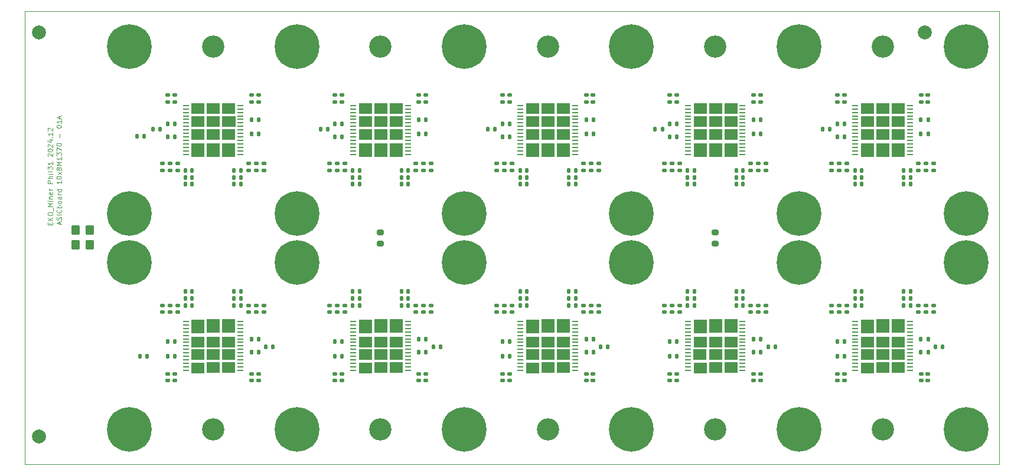
<source format=gbr>
%TF.GenerationSoftware,KiCad,Pcbnew,8.0.6*%
%TF.CreationDate,2024-12-06T19:08:15+01:00*%
%TF.ProjectId,AsicsBoard - 10xBM1370 - 01A,41736963-7342-46f6-9172-64202d203130,rev?*%
%TF.SameCoordinates,Original*%
%TF.FileFunction,Soldermask,Top*%
%TF.FilePolarity,Negative*%
%FSLAX46Y46*%
G04 Gerber Fmt 4.6, Leading zero omitted, Abs format (unit mm)*
G04 Created by KiCad (PCBNEW 8.0.6) date 2024-12-06 19:08:15*
%MOMM*%
%LPD*%
G01*
G04 APERTURE LIST*
G04 Aperture macros list*
%AMRoundRect*
0 Rectangle with rounded corners*
0 $1 Rounding radius*
0 $2 $3 $4 $5 $6 $7 $8 $9 X,Y pos of 4 corners*
0 Add a 4 corners polygon primitive as box body*
4,1,4,$2,$3,$4,$5,$6,$7,$8,$9,$2,$3,0*
0 Add four circle primitives for the rounded corners*
1,1,$1+$1,$2,$3*
1,1,$1+$1,$4,$5*
1,1,$1+$1,$6,$7*
1,1,$1+$1,$8,$9*
0 Add four rect primitives between the rounded corners*
20,1,$1+$1,$2,$3,$4,$5,0*
20,1,$1+$1,$4,$5,$6,$7,0*
20,1,$1+$1,$6,$7,$8,$9,0*
20,1,$1+$1,$8,$9,$2,$3,0*%
G04 Aperture macros list end*
%ADD10C,0.120000*%
%ADD11RoundRect,0.140000X-0.170000X0.140000X-0.170000X-0.140000X0.170000X-0.140000X0.170000X0.140000X0*%
%ADD12C,3.200000*%
%ADD13RoundRect,0.135000X-0.135000X-0.185000X0.135000X-0.185000X0.135000X0.185000X-0.135000X0.185000X0*%
%ADD14RoundRect,0.140000X0.140000X0.170000X-0.140000X0.170000X-0.140000X-0.170000X0.140000X-0.170000X0*%
%ADD15RoundRect,0.140000X0.170000X-0.140000X0.170000X0.140000X-0.170000X0.140000X-0.170000X-0.140000X0*%
%ADD16RoundRect,0.135000X0.135000X0.185000X-0.135000X0.185000X-0.135000X-0.185000X0.135000X-0.185000X0*%
%ADD17RoundRect,0.140000X-0.140000X-0.170000X0.140000X-0.170000X0.140000X0.170000X-0.140000X0.170000X0*%
%ADD18RoundRect,0.055250X0.340750X0.055250X-0.340750X0.055250X-0.340750X-0.055250X0.340750X-0.055250X0*%
%ADD19RoundRect,0.055250X-0.340750X-0.055250X0.340750X-0.055250X0.340750X0.055250X-0.340750X0.055250X0*%
%ADD20RoundRect,0.250000X0.350000X0.450000X-0.350000X0.450000X-0.350000X-0.450000X0.350000X-0.450000X0*%
%ADD21C,2.000000*%
%ADD22RoundRect,0.200000X0.275000X-0.200000X0.275000X0.200000X-0.275000X0.200000X-0.275000X-0.200000X0*%
%ADD23C,0.800000*%
%ADD24C,6.400000*%
%TA.AperFunction,Profile*%
%ADD25C,0.100000*%
%TD*%
G04 APERTURE END LIST*
D10*
X70042093Y-85497719D02*
X70042093Y-85164386D01*
X70242093Y-85564386D02*
X69542093Y-85331053D01*
X69542093Y-85331053D02*
X70242093Y-85097719D01*
X70208760Y-84897719D02*
X70242093Y-84797719D01*
X70242093Y-84797719D02*
X70242093Y-84631053D01*
X70242093Y-84631053D02*
X70208760Y-84564386D01*
X70208760Y-84564386D02*
X70175426Y-84531053D01*
X70175426Y-84531053D02*
X70108760Y-84497719D01*
X70108760Y-84497719D02*
X70042093Y-84497719D01*
X70042093Y-84497719D02*
X69975426Y-84531053D01*
X69975426Y-84531053D02*
X69942093Y-84564386D01*
X69942093Y-84564386D02*
X69908760Y-84631053D01*
X69908760Y-84631053D02*
X69875426Y-84764386D01*
X69875426Y-84764386D02*
X69842093Y-84831053D01*
X69842093Y-84831053D02*
X69808760Y-84864386D01*
X69808760Y-84864386D02*
X69742093Y-84897719D01*
X69742093Y-84897719D02*
X69675426Y-84897719D01*
X69675426Y-84897719D02*
X69608760Y-84864386D01*
X69608760Y-84864386D02*
X69575426Y-84831053D01*
X69575426Y-84831053D02*
X69542093Y-84764386D01*
X69542093Y-84764386D02*
X69542093Y-84597719D01*
X69542093Y-84597719D02*
X69575426Y-84497719D01*
X70242093Y-84197719D02*
X69542093Y-84197719D01*
X70175426Y-83464386D02*
X70208760Y-83497719D01*
X70208760Y-83497719D02*
X70242093Y-83597719D01*
X70242093Y-83597719D02*
X70242093Y-83664386D01*
X70242093Y-83664386D02*
X70208760Y-83764386D01*
X70208760Y-83764386D02*
X70142093Y-83831053D01*
X70142093Y-83831053D02*
X70075426Y-83864386D01*
X70075426Y-83864386D02*
X69942093Y-83897719D01*
X69942093Y-83897719D02*
X69842093Y-83897719D01*
X69842093Y-83897719D02*
X69708760Y-83864386D01*
X69708760Y-83864386D02*
X69642093Y-83831053D01*
X69642093Y-83831053D02*
X69575426Y-83764386D01*
X69575426Y-83764386D02*
X69542093Y-83664386D01*
X69542093Y-83664386D02*
X69542093Y-83597719D01*
X69542093Y-83597719D02*
X69575426Y-83497719D01*
X69575426Y-83497719D02*
X69608760Y-83464386D01*
X70242093Y-83164386D02*
X69542093Y-83164386D01*
X69808760Y-83164386D02*
X69775426Y-83097719D01*
X69775426Y-83097719D02*
X69775426Y-82964386D01*
X69775426Y-82964386D02*
X69808760Y-82897719D01*
X69808760Y-82897719D02*
X69842093Y-82864386D01*
X69842093Y-82864386D02*
X69908760Y-82831053D01*
X69908760Y-82831053D02*
X70108760Y-82831053D01*
X70108760Y-82831053D02*
X70175426Y-82864386D01*
X70175426Y-82864386D02*
X70208760Y-82897719D01*
X70208760Y-82897719D02*
X70242093Y-82964386D01*
X70242093Y-82964386D02*
X70242093Y-83097719D01*
X70242093Y-83097719D02*
X70208760Y-83164386D01*
X70242093Y-82431053D02*
X70208760Y-82497720D01*
X70208760Y-82497720D02*
X70175426Y-82531053D01*
X70175426Y-82531053D02*
X70108760Y-82564386D01*
X70108760Y-82564386D02*
X69908760Y-82564386D01*
X69908760Y-82564386D02*
X69842093Y-82531053D01*
X69842093Y-82531053D02*
X69808760Y-82497720D01*
X69808760Y-82497720D02*
X69775426Y-82431053D01*
X69775426Y-82431053D02*
X69775426Y-82331053D01*
X69775426Y-82331053D02*
X69808760Y-82264386D01*
X69808760Y-82264386D02*
X69842093Y-82231053D01*
X69842093Y-82231053D02*
X69908760Y-82197720D01*
X69908760Y-82197720D02*
X70108760Y-82197720D01*
X70108760Y-82197720D02*
X70175426Y-82231053D01*
X70175426Y-82231053D02*
X70208760Y-82264386D01*
X70208760Y-82264386D02*
X70242093Y-82331053D01*
X70242093Y-82331053D02*
X70242093Y-82431053D01*
X70242093Y-81597720D02*
X69875426Y-81597720D01*
X69875426Y-81597720D02*
X69808760Y-81631053D01*
X69808760Y-81631053D02*
X69775426Y-81697720D01*
X69775426Y-81697720D02*
X69775426Y-81831053D01*
X69775426Y-81831053D02*
X69808760Y-81897720D01*
X70208760Y-81597720D02*
X70242093Y-81664387D01*
X70242093Y-81664387D02*
X70242093Y-81831053D01*
X70242093Y-81831053D02*
X70208760Y-81897720D01*
X70208760Y-81897720D02*
X70142093Y-81931053D01*
X70142093Y-81931053D02*
X70075426Y-81931053D01*
X70075426Y-81931053D02*
X70008760Y-81897720D01*
X70008760Y-81897720D02*
X69975426Y-81831053D01*
X69975426Y-81831053D02*
X69975426Y-81664387D01*
X69975426Y-81664387D02*
X69942093Y-81597720D01*
X70242093Y-81264387D02*
X69775426Y-81264387D01*
X69908760Y-81264387D02*
X69842093Y-81231054D01*
X69842093Y-81231054D02*
X69808760Y-81197720D01*
X69808760Y-81197720D02*
X69775426Y-81131054D01*
X69775426Y-81131054D02*
X69775426Y-81064387D01*
X70242093Y-80531054D02*
X69542093Y-80531054D01*
X70208760Y-80531054D02*
X70242093Y-80597721D01*
X70242093Y-80597721D02*
X70242093Y-80731054D01*
X70242093Y-80731054D02*
X70208760Y-80797721D01*
X70208760Y-80797721D02*
X70175426Y-80831054D01*
X70175426Y-80831054D02*
X70108760Y-80864387D01*
X70108760Y-80864387D02*
X69908760Y-80864387D01*
X69908760Y-80864387D02*
X69842093Y-80831054D01*
X69842093Y-80831054D02*
X69808760Y-80797721D01*
X69808760Y-80797721D02*
X69775426Y-80731054D01*
X69775426Y-80731054D02*
X69775426Y-80597721D01*
X69775426Y-80597721D02*
X69808760Y-80531054D01*
X70242093Y-79297721D02*
X70242093Y-79697721D01*
X70242093Y-79497721D02*
X69542093Y-79497721D01*
X69542093Y-79497721D02*
X69642093Y-79564388D01*
X69642093Y-79564388D02*
X69708760Y-79631055D01*
X69708760Y-79631055D02*
X69742093Y-79697721D01*
X69542093Y-78864388D02*
X69542093Y-78797721D01*
X69542093Y-78797721D02*
X69575426Y-78731054D01*
X69575426Y-78731054D02*
X69608760Y-78697721D01*
X69608760Y-78697721D02*
X69675426Y-78664388D01*
X69675426Y-78664388D02*
X69808760Y-78631054D01*
X69808760Y-78631054D02*
X69975426Y-78631054D01*
X69975426Y-78631054D02*
X70108760Y-78664388D01*
X70108760Y-78664388D02*
X70175426Y-78697721D01*
X70175426Y-78697721D02*
X70208760Y-78731054D01*
X70208760Y-78731054D02*
X70242093Y-78797721D01*
X70242093Y-78797721D02*
X70242093Y-78864388D01*
X70242093Y-78864388D02*
X70208760Y-78931054D01*
X70208760Y-78931054D02*
X70175426Y-78964388D01*
X70175426Y-78964388D02*
X70108760Y-78997721D01*
X70108760Y-78997721D02*
X69975426Y-79031054D01*
X69975426Y-79031054D02*
X69808760Y-79031054D01*
X69808760Y-79031054D02*
X69675426Y-78997721D01*
X69675426Y-78997721D02*
X69608760Y-78964388D01*
X69608760Y-78964388D02*
X69575426Y-78931054D01*
X69575426Y-78931054D02*
X69542093Y-78864388D01*
X70242093Y-78397721D02*
X69775426Y-78031054D01*
X69775426Y-78397721D02*
X70242093Y-78031054D01*
X69875426Y-77531054D02*
X69908760Y-77431054D01*
X69908760Y-77431054D02*
X69942093Y-77397720D01*
X69942093Y-77397720D02*
X70008760Y-77364387D01*
X70008760Y-77364387D02*
X70108760Y-77364387D01*
X70108760Y-77364387D02*
X70175426Y-77397720D01*
X70175426Y-77397720D02*
X70208760Y-77431054D01*
X70208760Y-77431054D02*
X70242093Y-77497720D01*
X70242093Y-77497720D02*
X70242093Y-77764387D01*
X70242093Y-77764387D02*
X69542093Y-77764387D01*
X69542093Y-77764387D02*
X69542093Y-77531054D01*
X69542093Y-77531054D02*
X69575426Y-77464387D01*
X69575426Y-77464387D02*
X69608760Y-77431054D01*
X69608760Y-77431054D02*
X69675426Y-77397720D01*
X69675426Y-77397720D02*
X69742093Y-77397720D01*
X69742093Y-77397720D02*
X69808760Y-77431054D01*
X69808760Y-77431054D02*
X69842093Y-77464387D01*
X69842093Y-77464387D02*
X69875426Y-77531054D01*
X69875426Y-77531054D02*
X69875426Y-77764387D01*
X70242093Y-77064387D02*
X69542093Y-77064387D01*
X69542093Y-77064387D02*
X70042093Y-76831054D01*
X70042093Y-76831054D02*
X69542093Y-76597720D01*
X69542093Y-76597720D02*
X70242093Y-76597720D01*
X70242093Y-75897720D02*
X70242093Y-76297720D01*
X70242093Y-76097720D02*
X69542093Y-76097720D01*
X69542093Y-76097720D02*
X69642093Y-76164387D01*
X69642093Y-76164387D02*
X69708760Y-76231054D01*
X69708760Y-76231054D02*
X69742093Y-76297720D01*
X69542093Y-75664387D02*
X69542093Y-75231053D01*
X69542093Y-75231053D02*
X69808760Y-75464387D01*
X69808760Y-75464387D02*
X69808760Y-75364387D01*
X69808760Y-75364387D02*
X69842093Y-75297720D01*
X69842093Y-75297720D02*
X69875426Y-75264387D01*
X69875426Y-75264387D02*
X69942093Y-75231053D01*
X69942093Y-75231053D02*
X70108760Y-75231053D01*
X70108760Y-75231053D02*
X70175426Y-75264387D01*
X70175426Y-75264387D02*
X70208760Y-75297720D01*
X70208760Y-75297720D02*
X70242093Y-75364387D01*
X70242093Y-75364387D02*
X70242093Y-75564387D01*
X70242093Y-75564387D02*
X70208760Y-75631053D01*
X70208760Y-75631053D02*
X70175426Y-75664387D01*
X69542093Y-74997720D02*
X69542093Y-74531053D01*
X69542093Y-74531053D02*
X70242093Y-74831053D01*
X69542093Y-74131053D02*
X69542093Y-74064386D01*
X69542093Y-74064386D02*
X69575426Y-73997719D01*
X69575426Y-73997719D02*
X69608760Y-73964386D01*
X69608760Y-73964386D02*
X69675426Y-73931053D01*
X69675426Y-73931053D02*
X69808760Y-73897719D01*
X69808760Y-73897719D02*
X69975426Y-73897719D01*
X69975426Y-73897719D02*
X70108760Y-73931053D01*
X70108760Y-73931053D02*
X70175426Y-73964386D01*
X70175426Y-73964386D02*
X70208760Y-73997719D01*
X70208760Y-73997719D02*
X70242093Y-74064386D01*
X70242093Y-74064386D02*
X70242093Y-74131053D01*
X70242093Y-74131053D02*
X70208760Y-74197719D01*
X70208760Y-74197719D02*
X70175426Y-74231053D01*
X70175426Y-74231053D02*
X70108760Y-74264386D01*
X70108760Y-74264386D02*
X69975426Y-74297719D01*
X69975426Y-74297719D02*
X69808760Y-74297719D01*
X69808760Y-74297719D02*
X69675426Y-74264386D01*
X69675426Y-74264386D02*
X69608760Y-74231053D01*
X69608760Y-74231053D02*
X69575426Y-74197719D01*
X69575426Y-74197719D02*
X69542093Y-74131053D01*
X69975426Y-73064386D02*
X69975426Y-72531053D01*
X69542093Y-71531053D02*
X69542093Y-71464386D01*
X69542093Y-71464386D02*
X69575426Y-71397719D01*
X69575426Y-71397719D02*
X69608760Y-71364386D01*
X69608760Y-71364386D02*
X69675426Y-71331053D01*
X69675426Y-71331053D02*
X69808760Y-71297719D01*
X69808760Y-71297719D02*
X69975426Y-71297719D01*
X69975426Y-71297719D02*
X70108760Y-71331053D01*
X70108760Y-71331053D02*
X70175426Y-71364386D01*
X70175426Y-71364386D02*
X70208760Y-71397719D01*
X70208760Y-71397719D02*
X70242093Y-71464386D01*
X70242093Y-71464386D02*
X70242093Y-71531053D01*
X70242093Y-71531053D02*
X70208760Y-71597719D01*
X70208760Y-71597719D02*
X70175426Y-71631053D01*
X70175426Y-71631053D02*
X70108760Y-71664386D01*
X70108760Y-71664386D02*
X69975426Y-71697719D01*
X69975426Y-71697719D02*
X69808760Y-71697719D01*
X69808760Y-71697719D02*
X69675426Y-71664386D01*
X69675426Y-71664386D02*
X69608760Y-71631053D01*
X69608760Y-71631053D02*
X69575426Y-71597719D01*
X69575426Y-71597719D02*
X69542093Y-71531053D01*
X70242093Y-70631052D02*
X70242093Y-71031052D01*
X70242093Y-70831052D02*
X69542093Y-70831052D01*
X69542093Y-70831052D02*
X69642093Y-70897719D01*
X69642093Y-70897719D02*
X69708760Y-70964386D01*
X69708760Y-70964386D02*
X69742093Y-71031052D01*
X70042093Y-70364385D02*
X70042093Y-70031052D01*
X70242093Y-70431052D02*
X69542093Y-70197719D01*
X69542093Y-70197719D02*
X70242093Y-69964385D01*
X68605426Y-85591386D02*
X68605426Y-85358053D01*
X68972093Y-85258053D02*
X68972093Y-85591386D01*
X68972093Y-85591386D02*
X68272093Y-85591386D01*
X68272093Y-85591386D02*
X68272093Y-85258053D01*
X68972093Y-84958053D02*
X68272093Y-84958053D01*
X68972093Y-84558053D02*
X68572093Y-84858053D01*
X68272093Y-84558053D02*
X68672093Y-84958053D01*
X68272093Y-84124720D02*
X68272093Y-83991386D01*
X68272093Y-83991386D02*
X68305426Y-83924720D01*
X68305426Y-83924720D02*
X68372093Y-83858053D01*
X68372093Y-83858053D02*
X68505426Y-83824720D01*
X68505426Y-83824720D02*
X68738760Y-83824720D01*
X68738760Y-83824720D02*
X68872093Y-83858053D01*
X68872093Y-83858053D02*
X68938760Y-83924720D01*
X68938760Y-83924720D02*
X68972093Y-83991386D01*
X68972093Y-83991386D02*
X68972093Y-84124720D01*
X68972093Y-84124720D02*
X68938760Y-84191386D01*
X68938760Y-84191386D02*
X68872093Y-84258053D01*
X68872093Y-84258053D02*
X68738760Y-84291386D01*
X68738760Y-84291386D02*
X68505426Y-84291386D01*
X68505426Y-84291386D02*
X68372093Y-84258053D01*
X68372093Y-84258053D02*
X68305426Y-84191386D01*
X68305426Y-84191386D02*
X68272093Y-84124720D01*
X69038760Y-83691387D02*
X69038760Y-83158053D01*
X68972093Y-82991387D02*
X68272093Y-82991387D01*
X68272093Y-82991387D02*
X68772093Y-82758054D01*
X68772093Y-82758054D02*
X68272093Y-82524720D01*
X68272093Y-82524720D02*
X68972093Y-82524720D01*
X68972093Y-82191387D02*
X68505426Y-82191387D01*
X68272093Y-82191387D02*
X68305426Y-82224720D01*
X68305426Y-82224720D02*
X68338760Y-82191387D01*
X68338760Y-82191387D02*
X68305426Y-82158054D01*
X68305426Y-82158054D02*
X68272093Y-82191387D01*
X68272093Y-82191387D02*
X68338760Y-82191387D01*
X68505426Y-81858054D02*
X68972093Y-81858054D01*
X68572093Y-81858054D02*
X68538760Y-81824721D01*
X68538760Y-81824721D02*
X68505426Y-81758054D01*
X68505426Y-81758054D02*
X68505426Y-81658054D01*
X68505426Y-81658054D02*
X68538760Y-81591387D01*
X68538760Y-81591387D02*
X68605426Y-81558054D01*
X68605426Y-81558054D02*
X68972093Y-81558054D01*
X68938760Y-80958054D02*
X68972093Y-81024721D01*
X68972093Y-81024721D02*
X68972093Y-81158054D01*
X68972093Y-81158054D02*
X68938760Y-81224721D01*
X68938760Y-81224721D02*
X68872093Y-81258054D01*
X68872093Y-81258054D02*
X68605426Y-81258054D01*
X68605426Y-81258054D02*
X68538760Y-81224721D01*
X68538760Y-81224721D02*
X68505426Y-81158054D01*
X68505426Y-81158054D02*
X68505426Y-81024721D01*
X68505426Y-81024721D02*
X68538760Y-80958054D01*
X68538760Y-80958054D02*
X68605426Y-80924721D01*
X68605426Y-80924721D02*
X68672093Y-80924721D01*
X68672093Y-80924721D02*
X68738760Y-81258054D01*
X68972093Y-80624721D02*
X68505426Y-80624721D01*
X68638760Y-80624721D02*
X68572093Y-80591388D01*
X68572093Y-80591388D02*
X68538760Y-80558054D01*
X68538760Y-80558054D02*
X68505426Y-80491388D01*
X68505426Y-80491388D02*
X68505426Y-80424721D01*
X68972093Y-79658055D02*
X68272093Y-79658055D01*
X68272093Y-79658055D02*
X68272093Y-79391388D01*
X68272093Y-79391388D02*
X68305426Y-79324722D01*
X68305426Y-79324722D02*
X68338760Y-79291388D01*
X68338760Y-79291388D02*
X68405426Y-79258055D01*
X68405426Y-79258055D02*
X68505426Y-79258055D01*
X68505426Y-79258055D02*
X68572093Y-79291388D01*
X68572093Y-79291388D02*
X68605426Y-79324722D01*
X68605426Y-79324722D02*
X68638760Y-79391388D01*
X68638760Y-79391388D02*
X68638760Y-79658055D01*
X68972093Y-78958055D02*
X68272093Y-78958055D01*
X68972093Y-78658055D02*
X68605426Y-78658055D01*
X68605426Y-78658055D02*
X68538760Y-78691388D01*
X68538760Y-78691388D02*
X68505426Y-78758055D01*
X68505426Y-78758055D02*
X68505426Y-78858055D01*
X68505426Y-78858055D02*
X68538760Y-78924722D01*
X68538760Y-78924722D02*
X68572093Y-78958055D01*
X68972093Y-78324722D02*
X68505426Y-78324722D01*
X68272093Y-78324722D02*
X68305426Y-78358055D01*
X68305426Y-78358055D02*
X68338760Y-78324722D01*
X68338760Y-78324722D02*
X68305426Y-78291389D01*
X68305426Y-78291389D02*
X68272093Y-78324722D01*
X68272093Y-78324722D02*
X68338760Y-78324722D01*
X68972093Y-77891389D02*
X68938760Y-77958056D01*
X68938760Y-77958056D02*
X68872093Y-77991389D01*
X68872093Y-77991389D02*
X68272093Y-77991389D01*
X68272093Y-77691389D02*
X68272093Y-77258055D01*
X68272093Y-77258055D02*
X68538760Y-77491389D01*
X68538760Y-77491389D02*
X68538760Y-77391389D01*
X68538760Y-77391389D02*
X68572093Y-77324722D01*
X68572093Y-77324722D02*
X68605426Y-77291389D01*
X68605426Y-77291389D02*
X68672093Y-77258055D01*
X68672093Y-77258055D02*
X68838760Y-77258055D01*
X68838760Y-77258055D02*
X68905426Y-77291389D01*
X68905426Y-77291389D02*
X68938760Y-77324722D01*
X68938760Y-77324722D02*
X68972093Y-77391389D01*
X68972093Y-77391389D02*
X68972093Y-77591389D01*
X68972093Y-77591389D02*
X68938760Y-77658055D01*
X68938760Y-77658055D02*
X68905426Y-77691389D01*
X68972093Y-76591388D02*
X68972093Y-76991388D01*
X68972093Y-76791388D02*
X68272093Y-76791388D01*
X68272093Y-76791388D02*
X68372093Y-76858055D01*
X68372093Y-76858055D02*
X68438760Y-76924722D01*
X68438760Y-76924722D02*
X68472093Y-76991388D01*
X68338760Y-75791388D02*
X68305426Y-75758055D01*
X68305426Y-75758055D02*
X68272093Y-75691388D01*
X68272093Y-75691388D02*
X68272093Y-75524722D01*
X68272093Y-75524722D02*
X68305426Y-75458055D01*
X68305426Y-75458055D02*
X68338760Y-75424722D01*
X68338760Y-75424722D02*
X68405426Y-75391388D01*
X68405426Y-75391388D02*
X68472093Y-75391388D01*
X68472093Y-75391388D02*
X68572093Y-75424722D01*
X68572093Y-75424722D02*
X68972093Y-75824722D01*
X68972093Y-75824722D02*
X68972093Y-75391388D01*
X68272093Y-74958055D02*
X68272093Y-74891388D01*
X68272093Y-74891388D02*
X68305426Y-74824721D01*
X68305426Y-74824721D02*
X68338760Y-74791388D01*
X68338760Y-74791388D02*
X68405426Y-74758055D01*
X68405426Y-74758055D02*
X68538760Y-74724721D01*
X68538760Y-74724721D02*
X68705426Y-74724721D01*
X68705426Y-74724721D02*
X68838760Y-74758055D01*
X68838760Y-74758055D02*
X68905426Y-74791388D01*
X68905426Y-74791388D02*
X68938760Y-74824721D01*
X68938760Y-74824721D02*
X68972093Y-74891388D01*
X68972093Y-74891388D02*
X68972093Y-74958055D01*
X68972093Y-74958055D02*
X68938760Y-75024721D01*
X68938760Y-75024721D02*
X68905426Y-75058055D01*
X68905426Y-75058055D02*
X68838760Y-75091388D01*
X68838760Y-75091388D02*
X68705426Y-75124721D01*
X68705426Y-75124721D02*
X68538760Y-75124721D01*
X68538760Y-75124721D02*
X68405426Y-75091388D01*
X68405426Y-75091388D02*
X68338760Y-75058055D01*
X68338760Y-75058055D02*
X68305426Y-75024721D01*
X68305426Y-75024721D02*
X68272093Y-74958055D01*
X68338760Y-74458054D02*
X68305426Y-74424721D01*
X68305426Y-74424721D02*
X68272093Y-74358054D01*
X68272093Y-74358054D02*
X68272093Y-74191388D01*
X68272093Y-74191388D02*
X68305426Y-74124721D01*
X68305426Y-74124721D02*
X68338760Y-74091388D01*
X68338760Y-74091388D02*
X68405426Y-74058054D01*
X68405426Y-74058054D02*
X68472093Y-74058054D01*
X68472093Y-74058054D02*
X68572093Y-74091388D01*
X68572093Y-74091388D02*
X68972093Y-74491388D01*
X68972093Y-74491388D02*
X68972093Y-74058054D01*
X68505426Y-73458054D02*
X68972093Y-73458054D01*
X68238760Y-73624721D02*
X68738760Y-73791387D01*
X68738760Y-73791387D02*
X68738760Y-73358054D01*
X68905426Y-73091387D02*
X68938760Y-73058054D01*
X68938760Y-73058054D02*
X68972093Y-73091387D01*
X68972093Y-73091387D02*
X68938760Y-73124720D01*
X68938760Y-73124720D02*
X68905426Y-73091387D01*
X68905426Y-73091387D02*
X68972093Y-73091387D01*
X68972093Y-72391387D02*
X68972093Y-72791387D01*
X68972093Y-72591387D02*
X68272093Y-72591387D01*
X68272093Y-72591387D02*
X68372093Y-72658054D01*
X68372093Y-72658054D02*
X68438760Y-72724721D01*
X68438760Y-72724721D02*
X68472093Y-72791387D01*
X68338760Y-72124720D02*
X68305426Y-72091387D01*
X68305426Y-72091387D02*
X68272093Y-72024720D01*
X68272093Y-72024720D02*
X68272093Y-71858054D01*
X68272093Y-71858054D02*
X68305426Y-71791387D01*
X68305426Y-71791387D02*
X68338760Y-71758054D01*
X68338760Y-71758054D02*
X68405426Y-71724720D01*
X68405426Y-71724720D02*
X68472093Y-71724720D01*
X68472093Y-71724720D02*
X68572093Y-71758054D01*
X68572093Y-71758054D02*
X68972093Y-72158054D01*
X68972093Y-72158054D02*
X68972093Y-71724720D01*
%TO.C,U10*%
X184900000Y-68190000D02*
X186680000Y-68190000D01*
X186680000Y-69630000D01*
X184900000Y-69630000D01*
X184900000Y-68190000D01*
G36*
X184900000Y-68190000D02*
G01*
X186680000Y-68190000D01*
X186680000Y-69630000D01*
X184900000Y-69630000D01*
X184900000Y-68190000D01*
G37*
X184900000Y-71900000D02*
X186680000Y-71900000D01*
X186680000Y-73340000D01*
X184900000Y-73340000D01*
X184900000Y-71900000D01*
G36*
X184900000Y-71900000D02*
G01*
X186680000Y-71900000D01*
X186680000Y-73340000D01*
X184900000Y-73340000D01*
X184900000Y-71900000D01*
G37*
X184910000Y-70060000D02*
X186690000Y-70060000D01*
X186690000Y-71500000D01*
X184910000Y-71500000D01*
X184910000Y-70060000D01*
G36*
X184910000Y-70060000D02*
G01*
X186690000Y-70060000D01*
X186690000Y-71500000D01*
X184910000Y-71500000D01*
X184910000Y-70060000D01*
G37*
X184910000Y-73950000D02*
X186690000Y-73950000D01*
X186690000Y-75820000D01*
X184910000Y-75820000D01*
X184910000Y-73950000D01*
G36*
X184910000Y-73950000D02*
G01*
X186690000Y-73950000D01*
X186690000Y-75820000D01*
X184910000Y-75820000D01*
X184910000Y-73950000D01*
G37*
X187110000Y-68190000D02*
X188890000Y-68190000D01*
X188890000Y-69630000D01*
X187110000Y-69630000D01*
X187110000Y-68190000D01*
G36*
X187110000Y-68190000D02*
G01*
X188890000Y-68190000D01*
X188890000Y-69630000D01*
X187110000Y-69630000D01*
X187110000Y-68190000D01*
G37*
X187110000Y-71900000D02*
X188890000Y-71900000D01*
X188890000Y-73340000D01*
X187110000Y-73340000D01*
X187110000Y-71900000D01*
G36*
X187110000Y-71900000D02*
G01*
X188890000Y-71900000D01*
X188890000Y-73340000D01*
X187110000Y-73340000D01*
X187110000Y-71900000D01*
G37*
X187120000Y-70060000D02*
X188900000Y-70060000D01*
X188900000Y-71500000D01*
X187120000Y-71500000D01*
X187120000Y-70060000D01*
G36*
X187120000Y-70060000D02*
G01*
X188900000Y-70060000D01*
X188900000Y-71500000D01*
X187120000Y-71500000D01*
X187120000Y-70060000D01*
G37*
X187120000Y-73940000D02*
X188900000Y-73940000D01*
X188900000Y-75810000D01*
X187120000Y-75810000D01*
X187120000Y-73940000D01*
G36*
X187120000Y-73940000D02*
G01*
X188900000Y-73940000D01*
X188900000Y-75810000D01*
X187120000Y-75810000D01*
X187120000Y-73940000D01*
G37*
X189320000Y-68180000D02*
X191100000Y-68180000D01*
X191100000Y-69620000D01*
X189320000Y-69620000D01*
X189320000Y-68180000D01*
G36*
X189320000Y-68180000D02*
G01*
X191100000Y-68180000D01*
X191100000Y-69620000D01*
X189320000Y-69620000D01*
X189320000Y-68180000D01*
G37*
X189320000Y-71890000D02*
X191100000Y-71890000D01*
X191100000Y-73330000D01*
X189320000Y-73330000D01*
X189320000Y-71890000D01*
G36*
X189320000Y-71890000D02*
G01*
X191100000Y-71890000D01*
X191100000Y-73330000D01*
X189320000Y-73330000D01*
X189320000Y-71890000D01*
G37*
X189320000Y-73920000D02*
X191100000Y-73920000D01*
X191100000Y-75800000D01*
X189320000Y-75800000D01*
X189320000Y-73920000D01*
G36*
X189320000Y-73920000D02*
G01*
X191100000Y-73920000D01*
X191100000Y-75800000D01*
X189320000Y-75800000D01*
X189320000Y-73920000D01*
G37*
X189330000Y-70050000D02*
X191110000Y-70050000D01*
X191110000Y-71490000D01*
X189330000Y-71490000D01*
X189330000Y-70050000D01*
G36*
X189330000Y-70050000D02*
G01*
X191110000Y-70050000D01*
X191110000Y-71490000D01*
X189330000Y-71490000D01*
X189330000Y-70050000D01*
G37*
%TO.C,U12*%
X186670000Y-104950000D02*
X184890000Y-104950000D01*
X184890000Y-103510000D01*
X186670000Y-103510000D01*
X186670000Y-104950000D01*
G36*
X186670000Y-104950000D02*
G01*
X184890000Y-104950000D01*
X184890000Y-103510000D01*
X186670000Y-103510000D01*
X186670000Y-104950000D01*
G37*
X186680000Y-101080000D02*
X184900000Y-101080000D01*
X184900000Y-99200000D01*
X186680000Y-99200000D01*
X186680000Y-101080000D01*
G36*
X186680000Y-101080000D02*
G01*
X184900000Y-101080000D01*
X184900000Y-99200000D01*
X186680000Y-99200000D01*
X186680000Y-101080000D01*
G37*
X186680000Y-103110000D02*
X184900000Y-103110000D01*
X184900000Y-101670000D01*
X186680000Y-101670000D01*
X186680000Y-103110000D01*
G36*
X186680000Y-103110000D02*
G01*
X184900000Y-103110000D01*
X184900000Y-101670000D01*
X186680000Y-101670000D01*
X186680000Y-103110000D01*
G37*
X186680000Y-106820000D02*
X184900000Y-106820000D01*
X184900000Y-105380000D01*
X186680000Y-105380000D01*
X186680000Y-106820000D01*
G36*
X186680000Y-106820000D02*
G01*
X184900000Y-106820000D01*
X184900000Y-105380000D01*
X186680000Y-105380000D01*
X186680000Y-106820000D01*
G37*
X188880000Y-101060000D02*
X187100000Y-101060000D01*
X187100000Y-99190000D01*
X188880000Y-99190000D01*
X188880000Y-101060000D01*
G36*
X188880000Y-101060000D02*
G01*
X187100000Y-101060000D01*
X187100000Y-99190000D01*
X188880000Y-99190000D01*
X188880000Y-101060000D01*
G37*
X188880000Y-104940000D02*
X187100000Y-104940000D01*
X187100000Y-103500000D01*
X188880000Y-103500000D01*
X188880000Y-104940000D01*
G36*
X188880000Y-104940000D02*
G01*
X187100000Y-104940000D01*
X187100000Y-103500000D01*
X188880000Y-103500000D01*
X188880000Y-104940000D01*
G37*
X188890000Y-103100000D02*
X187110000Y-103100000D01*
X187110000Y-101660000D01*
X188890000Y-101660000D01*
X188890000Y-103100000D01*
G36*
X188890000Y-103100000D02*
G01*
X187110000Y-103100000D01*
X187110000Y-101660000D01*
X188890000Y-101660000D01*
X188890000Y-103100000D01*
G37*
X188890000Y-106810000D02*
X187110000Y-106810000D01*
X187110000Y-105370000D01*
X188890000Y-105370000D01*
X188890000Y-106810000D01*
G36*
X188890000Y-106810000D02*
G01*
X187110000Y-106810000D01*
X187110000Y-105370000D01*
X188890000Y-105370000D01*
X188890000Y-106810000D01*
G37*
X191090000Y-101050000D02*
X189310000Y-101050000D01*
X189310000Y-99180000D01*
X191090000Y-99180000D01*
X191090000Y-101050000D01*
G36*
X191090000Y-101050000D02*
G01*
X189310000Y-101050000D01*
X189310000Y-99180000D01*
X191090000Y-99180000D01*
X191090000Y-101050000D01*
G37*
X191090000Y-104940000D02*
X189310000Y-104940000D01*
X189310000Y-103500000D01*
X191090000Y-103500000D01*
X191090000Y-104940000D01*
G36*
X191090000Y-104940000D02*
G01*
X189310000Y-104940000D01*
X189310000Y-103500000D01*
X191090000Y-103500000D01*
X191090000Y-104940000D01*
G37*
X191100000Y-103100000D02*
X189320000Y-103100000D01*
X189320000Y-101660000D01*
X191100000Y-101660000D01*
X191100000Y-103100000D01*
G36*
X191100000Y-103100000D02*
G01*
X189320000Y-103100000D01*
X189320000Y-101660000D01*
X191100000Y-101660000D01*
X191100000Y-103100000D01*
G37*
X191100000Y-106810000D02*
X189320000Y-106810000D01*
X189320000Y-105370000D01*
X191100000Y-105370000D01*
X191100000Y-106810000D01*
G36*
X191100000Y-106810000D02*
G01*
X189320000Y-106810000D01*
X189320000Y-105370000D01*
X191100000Y-105370000D01*
X191100000Y-106810000D01*
G37*
%TO.C,U4*%
X114670000Y-104950000D02*
X112890000Y-104950000D01*
X112890000Y-103510000D01*
X114670000Y-103510000D01*
X114670000Y-104950000D01*
G36*
X114670000Y-104950000D02*
G01*
X112890000Y-104950000D01*
X112890000Y-103510000D01*
X114670000Y-103510000D01*
X114670000Y-104950000D01*
G37*
X114680000Y-101080000D02*
X112900000Y-101080000D01*
X112900000Y-99200000D01*
X114680000Y-99200000D01*
X114680000Y-101080000D01*
G36*
X114680000Y-101080000D02*
G01*
X112900000Y-101080000D01*
X112900000Y-99200000D01*
X114680000Y-99200000D01*
X114680000Y-101080000D01*
G37*
X114680000Y-103110000D02*
X112900000Y-103110000D01*
X112900000Y-101670000D01*
X114680000Y-101670000D01*
X114680000Y-103110000D01*
G36*
X114680000Y-103110000D02*
G01*
X112900000Y-103110000D01*
X112900000Y-101670000D01*
X114680000Y-101670000D01*
X114680000Y-103110000D01*
G37*
X114680000Y-106820000D02*
X112900000Y-106820000D01*
X112900000Y-105380000D01*
X114680000Y-105380000D01*
X114680000Y-106820000D01*
G36*
X114680000Y-106820000D02*
G01*
X112900000Y-106820000D01*
X112900000Y-105380000D01*
X114680000Y-105380000D01*
X114680000Y-106820000D01*
G37*
X116880000Y-101060000D02*
X115100000Y-101060000D01*
X115100000Y-99190000D01*
X116880000Y-99190000D01*
X116880000Y-101060000D01*
G36*
X116880000Y-101060000D02*
G01*
X115100000Y-101060000D01*
X115100000Y-99190000D01*
X116880000Y-99190000D01*
X116880000Y-101060000D01*
G37*
X116880000Y-104940000D02*
X115100000Y-104940000D01*
X115100000Y-103500000D01*
X116880000Y-103500000D01*
X116880000Y-104940000D01*
G36*
X116880000Y-104940000D02*
G01*
X115100000Y-104940000D01*
X115100000Y-103500000D01*
X116880000Y-103500000D01*
X116880000Y-104940000D01*
G37*
X116890000Y-103100000D02*
X115110000Y-103100000D01*
X115110000Y-101660000D01*
X116890000Y-101660000D01*
X116890000Y-103100000D01*
G36*
X116890000Y-103100000D02*
G01*
X115110000Y-103100000D01*
X115110000Y-101660000D01*
X116890000Y-101660000D01*
X116890000Y-103100000D01*
G37*
X116890000Y-106810000D02*
X115110000Y-106810000D01*
X115110000Y-105370000D01*
X116890000Y-105370000D01*
X116890000Y-106810000D01*
G36*
X116890000Y-106810000D02*
G01*
X115110000Y-106810000D01*
X115110000Y-105370000D01*
X116890000Y-105370000D01*
X116890000Y-106810000D01*
G37*
X119090000Y-101050000D02*
X117310000Y-101050000D01*
X117310000Y-99180000D01*
X119090000Y-99180000D01*
X119090000Y-101050000D01*
G36*
X119090000Y-101050000D02*
G01*
X117310000Y-101050000D01*
X117310000Y-99180000D01*
X119090000Y-99180000D01*
X119090000Y-101050000D01*
G37*
X119090000Y-104940000D02*
X117310000Y-104940000D01*
X117310000Y-103500000D01*
X119090000Y-103500000D01*
X119090000Y-104940000D01*
G36*
X119090000Y-104940000D02*
G01*
X117310000Y-104940000D01*
X117310000Y-103500000D01*
X119090000Y-103500000D01*
X119090000Y-104940000D01*
G37*
X119100000Y-103100000D02*
X117320000Y-103100000D01*
X117320000Y-101660000D01*
X119100000Y-101660000D01*
X119100000Y-103100000D01*
G36*
X119100000Y-103100000D02*
G01*
X117320000Y-103100000D01*
X117320000Y-101660000D01*
X119100000Y-101660000D01*
X119100000Y-103100000D01*
G37*
X119100000Y-106810000D02*
X117320000Y-106810000D01*
X117320000Y-105370000D01*
X119100000Y-105370000D01*
X119100000Y-106810000D01*
G36*
X119100000Y-106810000D02*
G01*
X117320000Y-106810000D01*
X117320000Y-105370000D01*
X119100000Y-105370000D01*
X119100000Y-106810000D01*
G37*
%TO.C,U8*%
X136900000Y-68190000D02*
X138680000Y-68190000D01*
X138680000Y-69630000D01*
X136900000Y-69630000D01*
X136900000Y-68190000D01*
G36*
X136900000Y-68190000D02*
G01*
X138680000Y-68190000D01*
X138680000Y-69630000D01*
X136900000Y-69630000D01*
X136900000Y-68190000D01*
G37*
X136900000Y-71900000D02*
X138680000Y-71900000D01*
X138680000Y-73340000D01*
X136900000Y-73340000D01*
X136900000Y-71900000D01*
G36*
X136900000Y-71900000D02*
G01*
X138680000Y-71900000D01*
X138680000Y-73340000D01*
X136900000Y-73340000D01*
X136900000Y-71900000D01*
G37*
X136910000Y-70060000D02*
X138690000Y-70060000D01*
X138690000Y-71500000D01*
X136910000Y-71500000D01*
X136910000Y-70060000D01*
G36*
X136910000Y-70060000D02*
G01*
X138690000Y-70060000D01*
X138690000Y-71500000D01*
X136910000Y-71500000D01*
X136910000Y-70060000D01*
G37*
X136910000Y-73950000D02*
X138690000Y-73950000D01*
X138690000Y-75820000D01*
X136910000Y-75820000D01*
X136910000Y-73950000D01*
G36*
X136910000Y-73950000D02*
G01*
X138690000Y-73950000D01*
X138690000Y-75820000D01*
X136910000Y-75820000D01*
X136910000Y-73950000D01*
G37*
X139110000Y-68190000D02*
X140890000Y-68190000D01*
X140890000Y-69630000D01*
X139110000Y-69630000D01*
X139110000Y-68190000D01*
G36*
X139110000Y-68190000D02*
G01*
X140890000Y-68190000D01*
X140890000Y-69630000D01*
X139110000Y-69630000D01*
X139110000Y-68190000D01*
G37*
X139110000Y-71900000D02*
X140890000Y-71900000D01*
X140890000Y-73340000D01*
X139110000Y-73340000D01*
X139110000Y-71900000D01*
G36*
X139110000Y-71900000D02*
G01*
X140890000Y-71900000D01*
X140890000Y-73340000D01*
X139110000Y-73340000D01*
X139110000Y-71900000D01*
G37*
X139120000Y-70060000D02*
X140900000Y-70060000D01*
X140900000Y-71500000D01*
X139120000Y-71500000D01*
X139120000Y-70060000D01*
G36*
X139120000Y-70060000D02*
G01*
X140900000Y-70060000D01*
X140900000Y-71500000D01*
X139120000Y-71500000D01*
X139120000Y-70060000D01*
G37*
X139120000Y-73940000D02*
X140900000Y-73940000D01*
X140900000Y-75810000D01*
X139120000Y-75810000D01*
X139120000Y-73940000D01*
G36*
X139120000Y-73940000D02*
G01*
X140900000Y-73940000D01*
X140900000Y-75810000D01*
X139120000Y-75810000D01*
X139120000Y-73940000D01*
G37*
X141320000Y-68180000D02*
X143100000Y-68180000D01*
X143100000Y-69620000D01*
X141320000Y-69620000D01*
X141320000Y-68180000D01*
G36*
X141320000Y-68180000D02*
G01*
X143100000Y-68180000D01*
X143100000Y-69620000D01*
X141320000Y-69620000D01*
X141320000Y-68180000D01*
G37*
X141320000Y-71890000D02*
X143100000Y-71890000D01*
X143100000Y-73330000D01*
X141320000Y-73330000D01*
X141320000Y-71890000D01*
G36*
X141320000Y-71890000D02*
G01*
X143100000Y-71890000D01*
X143100000Y-73330000D01*
X141320000Y-73330000D01*
X141320000Y-71890000D01*
G37*
X141320000Y-73920000D02*
X143100000Y-73920000D01*
X143100000Y-75800000D01*
X141320000Y-75800000D01*
X141320000Y-73920000D01*
G36*
X141320000Y-73920000D02*
G01*
X143100000Y-73920000D01*
X143100000Y-75800000D01*
X141320000Y-75800000D01*
X141320000Y-73920000D01*
G37*
X141330000Y-70050000D02*
X143110000Y-70050000D01*
X143110000Y-71490000D01*
X141330000Y-71490000D01*
X141330000Y-70050000D01*
G36*
X141330000Y-70050000D02*
G01*
X143110000Y-70050000D01*
X143110000Y-71490000D01*
X141330000Y-71490000D01*
X141330000Y-70050000D01*
G37*
%TO.C,U13*%
X88900000Y-68190000D02*
X90680000Y-68190000D01*
X90680000Y-69630000D01*
X88900000Y-69630000D01*
X88900000Y-68190000D01*
G36*
X88900000Y-68190000D02*
G01*
X90680000Y-68190000D01*
X90680000Y-69630000D01*
X88900000Y-69630000D01*
X88900000Y-68190000D01*
G37*
X88900000Y-71900000D02*
X90680000Y-71900000D01*
X90680000Y-73340000D01*
X88900000Y-73340000D01*
X88900000Y-71900000D01*
G36*
X88900000Y-71900000D02*
G01*
X90680000Y-71900000D01*
X90680000Y-73340000D01*
X88900000Y-73340000D01*
X88900000Y-71900000D01*
G37*
X88910000Y-70060000D02*
X90690000Y-70060000D01*
X90690000Y-71500000D01*
X88910000Y-71500000D01*
X88910000Y-70060000D01*
G36*
X88910000Y-70060000D02*
G01*
X90690000Y-70060000D01*
X90690000Y-71500000D01*
X88910000Y-71500000D01*
X88910000Y-70060000D01*
G37*
X88910000Y-73950000D02*
X90690000Y-73950000D01*
X90690000Y-75820000D01*
X88910000Y-75820000D01*
X88910000Y-73950000D01*
G36*
X88910000Y-73950000D02*
G01*
X90690000Y-73950000D01*
X90690000Y-75820000D01*
X88910000Y-75820000D01*
X88910000Y-73950000D01*
G37*
X91110000Y-68190000D02*
X92890000Y-68190000D01*
X92890000Y-69630000D01*
X91110000Y-69630000D01*
X91110000Y-68190000D01*
G36*
X91110000Y-68190000D02*
G01*
X92890000Y-68190000D01*
X92890000Y-69630000D01*
X91110000Y-69630000D01*
X91110000Y-68190000D01*
G37*
X91110000Y-71900000D02*
X92890000Y-71900000D01*
X92890000Y-73340000D01*
X91110000Y-73340000D01*
X91110000Y-71900000D01*
G36*
X91110000Y-71900000D02*
G01*
X92890000Y-71900000D01*
X92890000Y-73340000D01*
X91110000Y-73340000D01*
X91110000Y-71900000D01*
G37*
X91120000Y-70060000D02*
X92900000Y-70060000D01*
X92900000Y-71500000D01*
X91120000Y-71500000D01*
X91120000Y-70060000D01*
G36*
X91120000Y-70060000D02*
G01*
X92900000Y-70060000D01*
X92900000Y-71500000D01*
X91120000Y-71500000D01*
X91120000Y-70060000D01*
G37*
X91120000Y-73940000D02*
X92900000Y-73940000D01*
X92900000Y-75810000D01*
X91120000Y-75810000D01*
X91120000Y-73940000D01*
G36*
X91120000Y-73940000D02*
G01*
X92900000Y-73940000D01*
X92900000Y-75810000D01*
X91120000Y-75810000D01*
X91120000Y-73940000D01*
G37*
X93320000Y-68180000D02*
X95100000Y-68180000D01*
X95100000Y-69620000D01*
X93320000Y-69620000D01*
X93320000Y-68180000D01*
G36*
X93320000Y-68180000D02*
G01*
X95100000Y-68180000D01*
X95100000Y-69620000D01*
X93320000Y-69620000D01*
X93320000Y-68180000D01*
G37*
X93320000Y-71890000D02*
X95100000Y-71890000D01*
X95100000Y-73330000D01*
X93320000Y-73330000D01*
X93320000Y-71890000D01*
G36*
X93320000Y-71890000D02*
G01*
X95100000Y-71890000D01*
X95100000Y-73330000D01*
X93320000Y-73330000D01*
X93320000Y-71890000D01*
G37*
X93320000Y-73920000D02*
X95100000Y-73920000D01*
X95100000Y-75800000D01*
X93320000Y-75800000D01*
X93320000Y-73920000D01*
G36*
X93320000Y-73920000D02*
G01*
X95100000Y-73920000D01*
X95100000Y-75800000D01*
X93320000Y-75800000D01*
X93320000Y-73920000D01*
G37*
X93330000Y-70050000D02*
X95110000Y-70050000D01*
X95110000Y-71490000D01*
X93330000Y-71490000D01*
X93330000Y-70050000D01*
G36*
X93330000Y-70050000D02*
G01*
X95110000Y-70050000D01*
X95110000Y-71490000D01*
X93330000Y-71490000D01*
X93330000Y-70050000D01*
G37*
%TO.C,U9*%
X162670000Y-104950000D02*
X160890000Y-104950000D01*
X160890000Y-103510000D01*
X162670000Y-103510000D01*
X162670000Y-104950000D01*
G36*
X162670000Y-104950000D02*
G01*
X160890000Y-104950000D01*
X160890000Y-103510000D01*
X162670000Y-103510000D01*
X162670000Y-104950000D01*
G37*
X162680000Y-101080000D02*
X160900000Y-101080000D01*
X160900000Y-99200000D01*
X162680000Y-99200000D01*
X162680000Y-101080000D01*
G36*
X162680000Y-101080000D02*
G01*
X160900000Y-101080000D01*
X160900000Y-99200000D01*
X162680000Y-99200000D01*
X162680000Y-101080000D01*
G37*
X162680000Y-103110000D02*
X160900000Y-103110000D01*
X160900000Y-101670000D01*
X162680000Y-101670000D01*
X162680000Y-103110000D01*
G36*
X162680000Y-103110000D02*
G01*
X160900000Y-103110000D01*
X160900000Y-101670000D01*
X162680000Y-101670000D01*
X162680000Y-103110000D01*
G37*
X162680000Y-106820000D02*
X160900000Y-106820000D01*
X160900000Y-105380000D01*
X162680000Y-105380000D01*
X162680000Y-106820000D01*
G36*
X162680000Y-106820000D02*
G01*
X160900000Y-106820000D01*
X160900000Y-105380000D01*
X162680000Y-105380000D01*
X162680000Y-106820000D01*
G37*
X164880000Y-101060000D02*
X163100000Y-101060000D01*
X163100000Y-99190000D01*
X164880000Y-99190000D01*
X164880000Y-101060000D01*
G36*
X164880000Y-101060000D02*
G01*
X163100000Y-101060000D01*
X163100000Y-99190000D01*
X164880000Y-99190000D01*
X164880000Y-101060000D01*
G37*
X164880000Y-104940000D02*
X163100000Y-104940000D01*
X163100000Y-103500000D01*
X164880000Y-103500000D01*
X164880000Y-104940000D01*
G36*
X164880000Y-104940000D02*
G01*
X163100000Y-104940000D01*
X163100000Y-103500000D01*
X164880000Y-103500000D01*
X164880000Y-104940000D01*
G37*
X164890000Y-103100000D02*
X163110000Y-103100000D01*
X163110000Y-101660000D01*
X164890000Y-101660000D01*
X164890000Y-103100000D01*
G36*
X164890000Y-103100000D02*
G01*
X163110000Y-103100000D01*
X163110000Y-101660000D01*
X164890000Y-101660000D01*
X164890000Y-103100000D01*
G37*
X164890000Y-106810000D02*
X163110000Y-106810000D01*
X163110000Y-105370000D01*
X164890000Y-105370000D01*
X164890000Y-106810000D01*
G36*
X164890000Y-106810000D02*
G01*
X163110000Y-106810000D01*
X163110000Y-105370000D01*
X164890000Y-105370000D01*
X164890000Y-106810000D01*
G37*
X167090000Y-101050000D02*
X165310000Y-101050000D01*
X165310000Y-99180000D01*
X167090000Y-99180000D01*
X167090000Y-101050000D01*
G36*
X167090000Y-101050000D02*
G01*
X165310000Y-101050000D01*
X165310000Y-99180000D01*
X167090000Y-99180000D01*
X167090000Y-101050000D01*
G37*
X167090000Y-104940000D02*
X165310000Y-104940000D01*
X165310000Y-103500000D01*
X167090000Y-103500000D01*
X167090000Y-104940000D01*
G36*
X167090000Y-104940000D02*
G01*
X165310000Y-104940000D01*
X165310000Y-103500000D01*
X167090000Y-103500000D01*
X167090000Y-104940000D01*
G37*
X167100000Y-103100000D02*
X165320000Y-103100000D01*
X165320000Y-101660000D01*
X167100000Y-101660000D01*
X167100000Y-103100000D01*
G36*
X167100000Y-103100000D02*
G01*
X165320000Y-103100000D01*
X165320000Y-101660000D01*
X167100000Y-101660000D01*
X167100000Y-103100000D01*
G37*
X167100000Y-106810000D02*
X165320000Y-106810000D01*
X165320000Y-105370000D01*
X167100000Y-105370000D01*
X167100000Y-106810000D01*
G36*
X167100000Y-106810000D02*
G01*
X165320000Y-106810000D01*
X165320000Y-105370000D01*
X167100000Y-105370000D01*
X167100000Y-106810000D01*
G37*
%TO.C,U5*%
X90670000Y-104950000D02*
X88890000Y-104950000D01*
X88890000Y-103510000D01*
X90670000Y-103510000D01*
X90670000Y-104950000D01*
G36*
X90670000Y-104950000D02*
G01*
X88890000Y-104950000D01*
X88890000Y-103510000D01*
X90670000Y-103510000D01*
X90670000Y-104950000D01*
G37*
X90680000Y-101080000D02*
X88900000Y-101080000D01*
X88900000Y-99200000D01*
X90680000Y-99200000D01*
X90680000Y-101080000D01*
G36*
X90680000Y-101080000D02*
G01*
X88900000Y-101080000D01*
X88900000Y-99200000D01*
X90680000Y-99200000D01*
X90680000Y-101080000D01*
G37*
X90680000Y-103110000D02*
X88900000Y-103110000D01*
X88900000Y-101670000D01*
X90680000Y-101670000D01*
X90680000Y-103110000D01*
G36*
X90680000Y-103110000D02*
G01*
X88900000Y-103110000D01*
X88900000Y-101670000D01*
X90680000Y-101670000D01*
X90680000Y-103110000D01*
G37*
X90680000Y-106820000D02*
X88900000Y-106820000D01*
X88900000Y-105380000D01*
X90680000Y-105380000D01*
X90680000Y-106820000D01*
G36*
X90680000Y-106820000D02*
G01*
X88900000Y-106820000D01*
X88900000Y-105380000D01*
X90680000Y-105380000D01*
X90680000Y-106820000D01*
G37*
X92880000Y-101060000D02*
X91100000Y-101060000D01*
X91100000Y-99190000D01*
X92880000Y-99190000D01*
X92880000Y-101060000D01*
G36*
X92880000Y-101060000D02*
G01*
X91100000Y-101060000D01*
X91100000Y-99190000D01*
X92880000Y-99190000D01*
X92880000Y-101060000D01*
G37*
X92880000Y-104940000D02*
X91100000Y-104940000D01*
X91100000Y-103500000D01*
X92880000Y-103500000D01*
X92880000Y-104940000D01*
G36*
X92880000Y-104940000D02*
G01*
X91100000Y-104940000D01*
X91100000Y-103500000D01*
X92880000Y-103500000D01*
X92880000Y-104940000D01*
G37*
X92890000Y-103100000D02*
X91110000Y-103100000D01*
X91110000Y-101660000D01*
X92890000Y-101660000D01*
X92890000Y-103100000D01*
G36*
X92890000Y-103100000D02*
G01*
X91110000Y-103100000D01*
X91110000Y-101660000D01*
X92890000Y-101660000D01*
X92890000Y-103100000D01*
G37*
X92890000Y-106810000D02*
X91110000Y-106810000D01*
X91110000Y-105370000D01*
X92890000Y-105370000D01*
X92890000Y-106810000D01*
G36*
X92890000Y-106810000D02*
G01*
X91110000Y-106810000D01*
X91110000Y-105370000D01*
X92890000Y-105370000D01*
X92890000Y-106810000D01*
G37*
X95090000Y-101050000D02*
X93310000Y-101050000D01*
X93310000Y-99180000D01*
X95090000Y-99180000D01*
X95090000Y-101050000D01*
G36*
X95090000Y-101050000D02*
G01*
X93310000Y-101050000D01*
X93310000Y-99180000D01*
X95090000Y-99180000D01*
X95090000Y-101050000D01*
G37*
X95090000Y-104940000D02*
X93310000Y-104940000D01*
X93310000Y-103500000D01*
X95090000Y-103500000D01*
X95090000Y-104940000D01*
G36*
X95090000Y-104940000D02*
G01*
X93310000Y-104940000D01*
X93310000Y-103500000D01*
X95090000Y-103500000D01*
X95090000Y-104940000D01*
G37*
X95100000Y-103100000D02*
X93320000Y-103100000D01*
X93320000Y-101660000D01*
X95100000Y-101660000D01*
X95100000Y-103100000D01*
G36*
X95100000Y-103100000D02*
G01*
X93320000Y-103100000D01*
X93320000Y-101660000D01*
X95100000Y-101660000D01*
X95100000Y-103100000D01*
G37*
X95100000Y-106810000D02*
X93320000Y-106810000D01*
X93320000Y-105370000D01*
X95100000Y-105370000D01*
X95100000Y-106810000D01*
G36*
X95100000Y-106810000D02*
G01*
X93320000Y-106810000D01*
X93320000Y-105370000D01*
X95100000Y-105370000D01*
X95100000Y-106810000D01*
G37*
%TO.C,U11*%
X112900000Y-68190000D02*
X114680000Y-68190000D01*
X114680000Y-69630000D01*
X112900000Y-69630000D01*
X112900000Y-68190000D01*
G36*
X112900000Y-68190000D02*
G01*
X114680000Y-68190000D01*
X114680000Y-69630000D01*
X112900000Y-69630000D01*
X112900000Y-68190000D01*
G37*
X112900000Y-71900000D02*
X114680000Y-71900000D01*
X114680000Y-73340000D01*
X112900000Y-73340000D01*
X112900000Y-71900000D01*
G36*
X112900000Y-71900000D02*
G01*
X114680000Y-71900000D01*
X114680000Y-73340000D01*
X112900000Y-73340000D01*
X112900000Y-71900000D01*
G37*
X112910000Y-70060000D02*
X114690000Y-70060000D01*
X114690000Y-71500000D01*
X112910000Y-71500000D01*
X112910000Y-70060000D01*
G36*
X112910000Y-70060000D02*
G01*
X114690000Y-70060000D01*
X114690000Y-71500000D01*
X112910000Y-71500000D01*
X112910000Y-70060000D01*
G37*
X112910000Y-73950000D02*
X114690000Y-73950000D01*
X114690000Y-75820000D01*
X112910000Y-75820000D01*
X112910000Y-73950000D01*
G36*
X112910000Y-73950000D02*
G01*
X114690000Y-73950000D01*
X114690000Y-75820000D01*
X112910000Y-75820000D01*
X112910000Y-73950000D01*
G37*
X115110000Y-68190000D02*
X116890000Y-68190000D01*
X116890000Y-69630000D01*
X115110000Y-69630000D01*
X115110000Y-68190000D01*
G36*
X115110000Y-68190000D02*
G01*
X116890000Y-68190000D01*
X116890000Y-69630000D01*
X115110000Y-69630000D01*
X115110000Y-68190000D01*
G37*
X115110000Y-71900000D02*
X116890000Y-71900000D01*
X116890000Y-73340000D01*
X115110000Y-73340000D01*
X115110000Y-71900000D01*
G36*
X115110000Y-71900000D02*
G01*
X116890000Y-71900000D01*
X116890000Y-73340000D01*
X115110000Y-73340000D01*
X115110000Y-71900000D01*
G37*
X115120000Y-70060000D02*
X116900000Y-70060000D01*
X116900000Y-71500000D01*
X115120000Y-71500000D01*
X115120000Y-70060000D01*
G36*
X115120000Y-70060000D02*
G01*
X116900000Y-70060000D01*
X116900000Y-71500000D01*
X115120000Y-71500000D01*
X115120000Y-70060000D01*
G37*
X115120000Y-73940000D02*
X116900000Y-73940000D01*
X116900000Y-75810000D01*
X115120000Y-75810000D01*
X115120000Y-73940000D01*
G36*
X115120000Y-73940000D02*
G01*
X116900000Y-73940000D01*
X116900000Y-75810000D01*
X115120000Y-75810000D01*
X115120000Y-73940000D01*
G37*
X117320000Y-68180000D02*
X119100000Y-68180000D01*
X119100000Y-69620000D01*
X117320000Y-69620000D01*
X117320000Y-68180000D01*
G36*
X117320000Y-68180000D02*
G01*
X119100000Y-68180000D01*
X119100000Y-69620000D01*
X117320000Y-69620000D01*
X117320000Y-68180000D01*
G37*
X117320000Y-71890000D02*
X119100000Y-71890000D01*
X119100000Y-73330000D01*
X117320000Y-73330000D01*
X117320000Y-71890000D01*
G36*
X117320000Y-71890000D02*
G01*
X119100000Y-71890000D01*
X119100000Y-73330000D01*
X117320000Y-73330000D01*
X117320000Y-71890000D01*
G37*
X117320000Y-73920000D02*
X119100000Y-73920000D01*
X119100000Y-75800000D01*
X117320000Y-75800000D01*
X117320000Y-73920000D01*
G36*
X117320000Y-73920000D02*
G01*
X119100000Y-73920000D01*
X119100000Y-75800000D01*
X117320000Y-75800000D01*
X117320000Y-73920000D01*
G37*
X117330000Y-70050000D02*
X119110000Y-70050000D01*
X119110000Y-71490000D01*
X117330000Y-71490000D01*
X117330000Y-70050000D01*
G36*
X117330000Y-70050000D02*
G01*
X119110000Y-70050000D01*
X119110000Y-71490000D01*
X117330000Y-71490000D01*
X117330000Y-70050000D01*
G37*
%TO.C,U6*%
X160900000Y-68190000D02*
X162680000Y-68190000D01*
X162680000Y-69630000D01*
X160900000Y-69630000D01*
X160900000Y-68190000D01*
G36*
X160900000Y-68190000D02*
G01*
X162680000Y-68190000D01*
X162680000Y-69630000D01*
X160900000Y-69630000D01*
X160900000Y-68190000D01*
G37*
X160900000Y-71900000D02*
X162680000Y-71900000D01*
X162680000Y-73340000D01*
X160900000Y-73340000D01*
X160900000Y-71900000D01*
G36*
X160900000Y-71900000D02*
G01*
X162680000Y-71900000D01*
X162680000Y-73340000D01*
X160900000Y-73340000D01*
X160900000Y-71900000D01*
G37*
X160910000Y-70060000D02*
X162690000Y-70060000D01*
X162690000Y-71500000D01*
X160910000Y-71500000D01*
X160910000Y-70060000D01*
G36*
X160910000Y-70060000D02*
G01*
X162690000Y-70060000D01*
X162690000Y-71500000D01*
X160910000Y-71500000D01*
X160910000Y-70060000D01*
G37*
X160910000Y-73950000D02*
X162690000Y-73950000D01*
X162690000Y-75820000D01*
X160910000Y-75820000D01*
X160910000Y-73950000D01*
G36*
X160910000Y-73950000D02*
G01*
X162690000Y-73950000D01*
X162690000Y-75820000D01*
X160910000Y-75820000D01*
X160910000Y-73950000D01*
G37*
X163110000Y-68190000D02*
X164890000Y-68190000D01*
X164890000Y-69630000D01*
X163110000Y-69630000D01*
X163110000Y-68190000D01*
G36*
X163110000Y-68190000D02*
G01*
X164890000Y-68190000D01*
X164890000Y-69630000D01*
X163110000Y-69630000D01*
X163110000Y-68190000D01*
G37*
X163110000Y-71900000D02*
X164890000Y-71900000D01*
X164890000Y-73340000D01*
X163110000Y-73340000D01*
X163110000Y-71900000D01*
G36*
X163110000Y-71900000D02*
G01*
X164890000Y-71900000D01*
X164890000Y-73340000D01*
X163110000Y-73340000D01*
X163110000Y-71900000D01*
G37*
X163120000Y-70060000D02*
X164900000Y-70060000D01*
X164900000Y-71500000D01*
X163120000Y-71500000D01*
X163120000Y-70060000D01*
G36*
X163120000Y-70060000D02*
G01*
X164900000Y-70060000D01*
X164900000Y-71500000D01*
X163120000Y-71500000D01*
X163120000Y-70060000D01*
G37*
X163120000Y-73940000D02*
X164900000Y-73940000D01*
X164900000Y-75810000D01*
X163120000Y-75810000D01*
X163120000Y-73940000D01*
G36*
X163120000Y-73940000D02*
G01*
X164900000Y-73940000D01*
X164900000Y-75810000D01*
X163120000Y-75810000D01*
X163120000Y-73940000D01*
G37*
X165320000Y-68180000D02*
X167100000Y-68180000D01*
X167100000Y-69620000D01*
X165320000Y-69620000D01*
X165320000Y-68180000D01*
G36*
X165320000Y-68180000D02*
G01*
X167100000Y-68180000D01*
X167100000Y-69620000D01*
X165320000Y-69620000D01*
X165320000Y-68180000D01*
G37*
X165320000Y-71890000D02*
X167100000Y-71890000D01*
X167100000Y-73330000D01*
X165320000Y-73330000D01*
X165320000Y-71890000D01*
G36*
X165320000Y-71890000D02*
G01*
X167100000Y-71890000D01*
X167100000Y-73330000D01*
X165320000Y-73330000D01*
X165320000Y-71890000D01*
G37*
X165320000Y-73920000D02*
X167100000Y-73920000D01*
X167100000Y-75800000D01*
X165320000Y-75800000D01*
X165320000Y-73920000D01*
G36*
X165320000Y-73920000D02*
G01*
X167100000Y-73920000D01*
X167100000Y-75800000D01*
X165320000Y-75800000D01*
X165320000Y-73920000D01*
G37*
X165330000Y-70050000D02*
X167110000Y-70050000D01*
X167110000Y-71490000D01*
X165330000Y-71490000D01*
X165330000Y-70050000D01*
G36*
X165330000Y-70050000D02*
G01*
X167110000Y-70050000D01*
X167110000Y-71490000D01*
X165330000Y-71490000D01*
X165330000Y-70050000D01*
G37*
%TO.C,U7*%
X138670000Y-104950000D02*
X136890000Y-104950000D01*
X136890000Y-103510000D01*
X138670000Y-103510000D01*
X138670000Y-104950000D01*
G36*
X138670000Y-104950000D02*
G01*
X136890000Y-104950000D01*
X136890000Y-103510000D01*
X138670000Y-103510000D01*
X138670000Y-104950000D01*
G37*
X138680000Y-101080000D02*
X136900000Y-101080000D01*
X136900000Y-99200000D01*
X138680000Y-99200000D01*
X138680000Y-101080000D01*
G36*
X138680000Y-101080000D02*
G01*
X136900000Y-101080000D01*
X136900000Y-99200000D01*
X138680000Y-99200000D01*
X138680000Y-101080000D01*
G37*
X138680000Y-103110000D02*
X136900000Y-103110000D01*
X136900000Y-101670000D01*
X138680000Y-101670000D01*
X138680000Y-103110000D01*
G36*
X138680000Y-103110000D02*
G01*
X136900000Y-103110000D01*
X136900000Y-101670000D01*
X138680000Y-101670000D01*
X138680000Y-103110000D01*
G37*
X138680000Y-106820000D02*
X136900000Y-106820000D01*
X136900000Y-105380000D01*
X138680000Y-105380000D01*
X138680000Y-106820000D01*
G36*
X138680000Y-106820000D02*
G01*
X136900000Y-106820000D01*
X136900000Y-105380000D01*
X138680000Y-105380000D01*
X138680000Y-106820000D01*
G37*
X140880000Y-101060000D02*
X139100000Y-101060000D01*
X139100000Y-99190000D01*
X140880000Y-99190000D01*
X140880000Y-101060000D01*
G36*
X140880000Y-101060000D02*
G01*
X139100000Y-101060000D01*
X139100000Y-99190000D01*
X140880000Y-99190000D01*
X140880000Y-101060000D01*
G37*
X140880000Y-104940000D02*
X139100000Y-104940000D01*
X139100000Y-103500000D01*
X140880000Y-103500000D01*
X140880000Y-104940000D01*
G36*
X140880000Y-104940000D02*
G01*
X139100000Y-104940000D01*
X139100000Y-103500000D01*
X140880000Y-103500000D01*
X140880000Y-104940000D01*
G37*
X140890000Y-103100000D02*
X139110000Y-103100000D01*
X139110000Y-101660000D01*
X140890000Y-101660000D01*
X140890000Y-103100000D01*
G36*
X140890000Y-103100000D02*
G01*
X139110000Y-103100000D01*
X139110000Y-101660000D01*
X140890000Y-101660000D01*
X140890000Y-103100000D01*
G37*
X140890000Y-106810000D02*
X139110000Y-106810000D01*
X139110000Y-105370000D01*
X140890000Y-105370000D01*
X140890000Y-106810000D01*
G36*
X140890000Y-106810000D02*
G01*
X139110000Y-106810000D01*
X139110000Y-105370000D01*
X140890000Y-105370000D01*
X140890000Y-106810000D01*
G37*
X143090000Y-101050000D02*
X141310000Y-101050000D01*
X141310000Y-99180000D01*
X143090000Y-99180000D01*
X143090000Y-101050000D01*
G36*
X143090000Y-101050000D02*
G01*
X141310000Y-101050000D01*
X141310000Y-99180000D01*
X143090000Y-99180000D01*
X143090000Y-101050000D01*
G37*
X143090000Y-104940000D02*
X141310000Y-104940000D01*
X141310000Y-103500000D01*
X143090000Y-103500000D01*
X143090000Y-104940000D01*
G36*
X143090000Y-104940000D02*
G01*
X141310000Y-104940000D01*
X141310000Y-103500000D01*
X143090000Y-103500000D01*
X143090000Y-104940000D01*
G37*
X143100000Y-103100000D02*
X141320000Y-103100000D01*
X141320000Y-101660000D01*
X143100000Y-101660000D01*
X143100000Y-103100000D01*
G36*
X143100000Y-103100000D02*
G01*
X141320000Y-103100000D01*
X141320000Y-101660000D01*
X143100000Y-101660000D01*
X143100000Y-103100000D01*
G37*
X143100000Y-106810000D02*
X141320000Y-106810000D01*
X141320000Y-105370000D01*
X143100000Y-105370000D01*
X143100000Y-106810000D01*
G36*
X143100000Y-106810000D02*
G01*
X141320000Y-106810000D01*
X141320000Y-105370000D01*
X143100000Y-105370000D01*
X143100000Y-106810000D01*
G37*
%TD*%
D11*
%TO.C,C158*%
X194500000Y-107020000D03*
X194500000Y-107980000D03*
%TD*%
D12*
%TO.C,H6*%
X92000000Y-115000000D03*
%TD*%
D11*
%TO.C,C98*%
X158900000Y-97220000D03*
X158900000Y-98180000D03*
%TD*%
D13*
%TO.C,R29*%
X81508000Y-104506000D03*
X82528000Y-104506000D03*
%TD*%
D14*
%TO.C,C142*%
X184980000Y-96200000D03*
X184020000Y-96200000D03*
%TD*%
D13*
%TO.C,R45*%
X193490000Y-102000000D03*
X194510000Y-102000000D03*
%TD*%
D15*
%TO.C,C56*%
X157500001Y-67980000D03*
X157500001Y-67020000D03*
%TD*%
D14*
%TO.C,C109*%
X184980000Y-78800000D03*
X184020000Y-78800000D03*
%TD*%
D15*
%TO.C,C69*%
X147300000Y-98180000D03*
X147300000Y-97220000D03*
%TD*%
D11*
%TO.C,C22*%
X122500000Y-107020000D03*
X122500000Y-107980000D03*
%TD*%
D16*
%TO.C,R40*%
X110510000Y-72999999D03*
X109490000Y-72999999D03*
%TD*%
D17*
%TO.C,C125*%
X119019999Y-78800000D03*
X119979999Y-78800000D03*
%TD*%
D15*
%TO.C,C141*%
X109500001Y-67980000D03*
X109500001Y-67020000D03*
%TD*%
%TO.C,C139*%
X121500000Y-67980001D03*
X121500000Y-67020001D03*
%TD*%
D11*
%TO.C,C64*%
X134900000Y-97220000D03*
X134900000Y-98180000D03*
%TD*%
%TO.C,C118*%
X182900000Y-76819999D03*
X182900000Y-77779999D03*
%TD*%
D14*
%TO.C,C93*%
X160980000Y-95200000D03*
X160020000Y-95200000D03*
%TD*%
D18*
%TO.C,U10*%
X191916000Y-75514000D03*
X191916000Y-75012000D03*
X191916000Y-74510000D03*
X191916000Y-74008000D03*
X191916000Y-73506000D03*
X191916000Y-73004000D03*
X191916000Y-72502000D03*
X191916000Y-72000000D03*
X191916000Y-71498000D03*
X191916000Y-70996000D03*
X191916000Y-70494000D03*
X191916000Y-69992000D03*
X191916000Y-69490000D03*
X191916000Y-68988000D03*
X191916000Y-68486000D03*
X184084000Y-68486000D03*
X184084000Y-68988000D03*
X184084000Y-69490000D03*
X184084000Y-69992000D03*
X184084000Y-70494000D03*
X184084000Y-70996000D03*
X184084000Y-71498000D03*
X184084000Y-72000000D03*
X184084000Y-72502000D03*
X184084000Y-73004000D03*
X184084000Y-73506000D03*
X184084000Y-74008000D03*
X184084000Y-74510000D03*
X184084000Y-75012000D03*
X184084000Y-75514000D03*
%TD*%
D15*
%TO.C,C152*%
X193100000Y-98180000D03*
X193100000Y-97220000D03*
%TD*%
D17*
%TO.C,C58*%
X143020000Y-96200000D03*
X143980000Y-96200000D03*
%TD*%
D11*
%TO.C,C20*%
X110500000Y-107020000D03*
X110500000Y-107980000D03*
%TD*%
D15*
%TO.C,C88*%
X145500000Y-67980001D03*
X145500000Y-67020001D03*
%TD*%
%TO.C,C124*%
X181500001Y-67980000D03*
X181500001Y-67020000D03*
%TD*%
D17*
%TO.C,C159*%
X95019999Y-78800000D03*
X95979999Y-78800000D03*
%TD*%
D13*
%TO.C,R44*%
X121490000Y-70500001D03*
X122510000Y-70500001D03*
%TD*%
D15*
%TO.C,C138*%
X122500000Y-67980001D03*
X122500000Y-67020001D03*
%TD*%
D11*
%TO.C,C148*%
X181800000Y-97220000D03*
X181800000Y-98180000D03*
%TD*%
D15*
%TO.C,C166*%
X97099999Y-77780000D03*
X97099999Y-76820000D03*
%TD*%
D14*
%TO.C,C8*%
X112980000Y-95200000D03*
X112020000Y-95200000D03*
%TD*%
D11*
%TO.C,C19*%
X109500000Y-107020000D03*
X109500000Y-107980000D03*
%TD*%
D17*
%TO.C,C66*%
X143020000Y-97200000D03*
X143980000Y-97200000D03*
%TD*%
D14*
%TO.C,C167*%
X95979999Y-77800000D03*
X95019999Y-77800000D03*
%TD*%
%TO.C,C6*%
X112980000Y-96200000D03*
X112020000Y-96200000D03*
%TD*%
D16*
%TO.C,R49*%
X182510000Y-104500000D03*
X181490000Y-104500000D03*
%TD*%
D11*
%TO.C,C11*%
X108700000Y-97220000D03*
X108700000Y-98180000D03*
%TD*%
D15*
%TO.C,C140*%
X110500001Y-67980000D03*
X110500001Y-67020000D03*
%TD*%
D19*
%TO.C,U12*%
X184084000Y-99486000D03*
X184084000Y-99988000D03*
X184084000Y-100490000D03*
X184084000Y-100992000D03*
X184084000Y-101494000D03*
X184084000Y-101996000D03*
X184084000Y-102498000D03*
X184084000Y-103000000D03*
X184084000Y-103502000D03*
X184084000Y-104004000D03*
X184084000Y-104506000D03*
X184084000Y-105008000D03*
X184084000Y-105510000D03*
X184084000Y-106012000D03*
X184084000Y-106514000D03*
X191916000Y-106514000D03*
X191916000Y-106012000D03*
X191916000Y-105510000D03*
X191916000Y-105008000D03*
X191916000Y-104506000D03*
X191916000Y-104004000D03*
X191916000Y-103502000D03*
X191916000Y-103000000D03*
X191916000Y-102498000D03*
X191916000Y-101996000D03*
X191916000Y-101494000D03*
X191916000Y-100992000D03*
X191916000Y-100490000D03*
X191916000Y-99988000D03*
X191916000Y-99486000D03*
%TD*%
D14*
%TO.C,C75*%
X136980000Y-78800000D03*
X136020000Y-78800000D03*
%TD*%
D11*
%TO.C,C36*%
X85500000Y-107020000D03*
X85500000Y-107980000D03*
%TD*%
%TO.C,C73*%
X146500000Y-107020000D03*
X146500000Y-107980000D03*
%TD*%
%TO.C,C12*%
X109800000Y-97220000D03*
X109800000Y-98180000D03*
%TD*%
%TO.C,C28*%
X84700000Y-97220000D03*
X84700000Y-98180000D03*
%TD*%
D19*
%TO.C,U4*%
X112084000Y-99486000D03*
X112084000Y-99988000D03*
X112084000Y-100490000D03*
X112084000Y-100992000D03*
X112084000Y-101494000D03*
X112084000Y-101996000D03*
X112084000Y-102498000D03*
X112084000Y-103000000D03*
X112084000Y-103502000D03*
X112084000Y-104004000D03*
X112084000Y-104506000D03*
X112084000Y-105008000D03*
X112084000Y-105510000D03*
X112084000Y-106012000D03*
X112084000Y-106514000D03*
X119916000Y-106514000D03*
X119916000Y-106012000D03*
X119916000Y-105510000D03*
X119916000Y-105008000D03*
X119916000Y-104506000D03*
X119916000Y-104004000D03*
X119916000Y-103502000D03*
X119916000Y-103000000D03*
X119916000Y-102498000D03*
X119916000Y-101996000D03*
X119916000Y-101494000D03*
X119916000Y-100992000D03*
X119916000Y-100490000D03*
X119916000Y-99988000D03*
X119916000Y-99486000D03*
%TD*%
D20*
%TO.C,R1*%
X74300000Y-86400000D03*
X72300000Y-86400000D03*
%TD*%
D11*
%TO.C,C156*%
X182500000Y-107020000D03*
X182500000Y-107980000D03*
%TD*%
D12*
%TO.C,H3*%
X188000000Y-60000000D03*
%TD*%
D17*
%TO.C,C99*%
X160020000Y-97200000D03*
X160980000Y-97200000D03*
%TD*%
D11*
%TO.C,C169*%
X86900000Y-76819999D03*
X86900000Y-77779999D03*
%TD*%
D17*
%TO.C,C108*%
X191019999Y-78800000D03*
X191979999Y-78800000D03*
%TD*%
D14*
%TO.C,C133*%
X119979999Y-77800000D03*
X119019999Y-77800000D03*
%TD*%
D13*
%TO.C,R21*%
X145490000Y-103900000D03*
X146510000Y-103900000D03*
%TD*%
D14*
%TO.C,C57*%
X136980000Y-96200000D03*
X136020000Y-96200000D03*
%TD*%
D15*
%TO.C,C123*%
X182500001Y-67980000D03*
X182500001Y-67020000D03*
%TD*%
D17*
%TO.C,C9*%
X119020000Y-95200000D03*
X119980000Y-95200000D03*
%TD*%
D16*
%TO.C,R19*%
X134510000Y-102400000D03*
X133490000Y-102400000D03*
%TD*%
D13*
%TO.C,R20*%
X147590000Y-103100000D03*
X148610000Y-103100000D03*
%TD*%
D11*
%TO.C,C62*%
X132700000Y-97220000D03*
X132700000Y-98180000D03*
%TD*%
D15*
%TO.C,C101*%
X169100000Y-98180000D03*
X169100000Y-97220000D03*
%TD*%
%TO.C,C172*%
X98500000Y-67980001D03*
X98500000Y-67020001D03*
%TD*%
D14*
%TO.C,C111*%
X184980000Y-79800000D03*
X184020000Y-79800000D03*
%TD*%
D16*
%TO.C,R38*%
X182510000Y-71100000D03*
X181490000Y-71100000D03*
%TD*%
D11*
%TO.C,C157*%
X193500000Y-107020000D03*
X193500000Y-107980000D03*
%TD*%
D13*
%TO.C,R36*%
X193490000Y-72600000D03*
X194510000Y-72600000D03*
%TD*%
D15*
%TO.C,C46*%
X170199999Y-77780000D03*
X170199999Y-76820000D03*
%TD*%
D12*
%TO.C,H7*%
X116000000Y-60000000D03*
%TD*%
D13*
%TO.C,R8*%
X97490000Y-102000000D03*
X98510000Y-102000000D03*
%TD*%
D15*
%TO.C,C35*%
X99300000Y-98180000D03*
X99300000Y-97220000D03*
%TD*%
%TO.C,C68*%
X146200000Y-98180000D03*
X146200000Y-97220000D03*
%TD*%
D17*
%TO.C,C14*%
X112020000Y-97200000D03*
X112980000Y-97200000D03*
%TD*%
%TO.C,C92*%
X167020000Y-96200000D03*
X167980000Y-96200000D03*
%TD*%
D13*
%TO.C,R54*%
X97490000Y-70500001D03*
X98510000Y-70500001D03*
%TD*%
D11*
%TO.C,C37*%
X86500000Y-107020000D03*
X86500000Y-107980000D03*
%TD*%
D21*
%TO.C,FID3*%
X194000000Y-58000000D03*
%TD*%
D18*
%TO.C,U8*%
X143916000Y-75514000D03*
X143916000Y-75012000D03*
X143916000Y-74510000D03*
X143916000Y-74008000D03*
X143916000Y-73506000D03*
X143916000Y-73004000D03*
X143916000Y-72502000D03*
X143916000Y-72000000D03*
X143916000Y-71498000D03*
X143916000Y-70996000D03*
X143916000Y-70494000D03*
X143916000Y-69992000D03*
X143916000Y-69490000D03*
X143916000Y-68988000D03*
X143916000Y-68486000D03*
X136084000Y-68486000D03*
X136084000Y-68988000D03*
X136084000Y-69490000D03*
X136084000Y-69992000D03*
X136084000Y-70494000D03*
X136084000Y-70996000D03*
X136084000Y-71498000D03*
X136084000Y-72000000D03*
X136084000Y-72502000D03*
X136084000Y-73004000D03*
X136084000Y-73506000D03*
X136084000Y-74008000D03*
X136084000Y-74510000D03*
X136084000Y-75012000D03*
X136084000Y-75514000D03*
%TD*%
D16*
%TO.C,R16*%
X158510000Y-71100000D03*
X157490000Y-71100000D03*
%TD*%
D15*
%TO.C,C132*%
X121099999Y-77780000D03*
X121099999Y-76820000D03*
%TD*%
D11*
%TO.C,C147*%
X180700000Y-97220000D03*
X180700000Y-98180000D03*
%TD*%
D15*
%TO.C,C80*%
X146199999Y-77780000D03*
X146199999Y-76820000D03*
%TD*%
D13*
%TO.C,R11*%
X97490000Y-103900000D03*
X98510000Y-103900000D03*
%TD*%
D12*
%TO.C,H9*%
X116000000Y-115000000D03*
%TD*%
D17*
%TO.C,C40*%
X167019999Y-78800000D03*
X167979999Y-78800000D03*
%TD*%
D11*
%TO.C,C70*%
X133500000Y-107020000D03*
X133500000Y-107980000D03*
%TD*%
D22*
%TO.C,TH2*%
X164000000Y-88325000D03*
X164000000Y-86675000D03*
%TD*%
D18*
%TO.C,U13*%
X95916000Y-75514000D03*
X95916000Y-75012000D03*
X95916000Y-74510000D03*
X95916000Y-74008000D03*
X95916000Y-73506000D03*
X95916000Y-73004000D03*
X95916000Y-72502000D03*
X95916000Y-72000000D03*
X95916000Y-71498000D03*
X95916000Y-70996000D03*
X95916000Y-70494000D03*
X95916000Y-69992000D03*
X95916000Y-69490000D03*
X95916000Y-68988000D03*
X95916000Y-68486000D03*
X88084000Y-68486000D03*
X88084000Y-68988000D03*
X88084000Y-69490000D03*
X88084000Y-69992000D03*
X88084000Y-70494000D03*
X88084000Y-70996000D03*
X88084000Y-71498000D03*
X88084000Y-72000000D03*
X88084000Y-72502000D03*
X88084000Y-73004000D03*
X88084000Y-73506000D03*
X88084000Y-74008000D03*
X88084000Y-74510000D03*
X88084000Y-75012000D03*
X88084000Y-75514000D03*
%TD*%
D13*
%TO.C,R47*%
X195590000Y-103100000D03*
X196610000Y-103100000D03*
%TD*%
D12*
%TO.C,H5*%
X140000000Y-115000000D03*
%TD*%
D14*
%TO.C,C23*%
X88980000Y-96200000D03*
X88020000Y-96200000D03*
%TD*%
D13*
%TO.C,R18*%
X145490000Y-102000000D03*
X146510000Y-102000000D03*
%TD*%
D12*
%TO.C,H10*%
X164000000Y-115000000D03*
%TD*%
D20*
%TO.C,R2*%
X74300000Y-88500000D03*
X72300000Y-88500000D03*
%TD*%
D13*
%TO.C,R27*%
X145490000Y-70500001D03*
X146510000Y-70500001D03*
%TD*%
%TO.C,R33*%
X169490000Y-103900000D03*
X170510000Y-103900000D03*
%TD*%
D17*
%TO.C,C7*%
X119020000Y-96200000D03*
X119980000Y-96200000D03*
%TD*%
D21*
%TO.C,FID2*%
X67000000Y-116000000D03*
%TD*%
D11*
%TO.C,C149*%
X182900000Y-97220000D03*
X182900000Y-98180000D03*
%TD*%
D16*
%TO.C,R4*%
X110510000Y-102400000D03*
X109490000Y-102400000D03*
%TD*%
D15*
%TO.C,C114*%
X194199999Y-77780000D03*
X194199999Y-76820000D03*
%TD*%
%TO.C,C90*%
X133500001Y-67980000D03*
X133500001Y-67020000D03*
%TD*%
D13*
%TO.C,R41*%
X121490000Y-72600000D03*
X122510000Y-72600000D03*
%TD*%
D15*
%TO.C,C174*%
X86500001Y-67980000D03*
X86500001Y-67020000D03*
%TD*%
D13*
%TO.C,R51*%
X97490000Y-72600000D03*
X98510000Y-72600000D03*
%TD*%
D14*
%TO.C,C160*%
X88980000Y-78800000D03*
X88020000Y-78800000D03*
%TD*%
D15*
%TO.C,C53*%
X170500000Y-67980001D03*
X170500000Y-67020001D03*
%TD*%
D11*
%TO.C,C135*%
X110900000Y-76819999D03*
X110900000Y-77779999D03*
%TD*%
D17*
%TO.C,C32*%
X95020000Y-97200000D03*
X95980000Y-97200000D03*
%TD*%
D11*
%TO.C,C119*%
X181800000Y-76819999D03*
X181800000Y-77779999D03*
%TD*%
D15*
%TO.C,C87*%
X146500000Y-67980001D03*
X146500000Y-67020001D03*
%TD*%
D16*
%TO.C,R12*%
X86510000Y-104500000D03*
X85490000Y-104500000D03*
%TD*%
%TO.C,R15*%
X156410000Y-71900000D03*
X155390000Y-71900000D03*
%TD*%
D15*
%TO.C,C165*%
X98199999Y-77780000D03*
X98199999Y-76820000D03*
%TD*%
D19*
%TO.C,U9*%
X160084000Y-99486000D03*
X160084000Y-99988000D03*
X160084000Y-100490000D03*
X160084000Y-100992000D03*
X160084000Y-101494000D03*
X160084000Y-101996000D03*
X160084000Y-102498000D03*
X160084000Y-103000000D03*
X160084000Y-103502000D03*
X160084000Y-104004000D03*
X160084000Y-104506000D03*
X160084000Y-105008000D03*
X160084000Y-105510000D03*
X160084000Y-106012000D03*
X160084000Y-106514000D03*
X167916000Y-106514000D03*
X167916000Y-106012000D03*
X167916000Y-105510000D03*
X167916000Y-105008000D03*
X167916000Y-104506000D03*
X167916000Y-104004000D03*
X167916000Y-103502000D03*
X167916000Y-103000000D03*
X167916000Y-102498000D03*
X167916000Y-101996000D03*
X167916000Y-101494000D03*
X167916000Y-100992000D03*
X167916000Y-100490000D03*
X167916000Y-99988000D03*
X167916000Y-99486000D03*
%TD*%
D14*
%TO.C,C116*%
X191979999Y-77800000D03*
X191019999Y-77800000D03*
%TD*%
D13*
%TO.C,R6*%
X121490000Y-103900000D03*
X122510000Y-103900000D03*
%TD*%
D14*
%TO.C,C126*%
X112980000Y-78800000D03*
X112020000Y-78800000D03*
%TD*%
D17*
%TO.C,C42*%
X167019999Y-79800000D03*
X167979999Y-79800000D03*
%TD*%
D19*
%TO.C,U5*%
X88084000Y-99486000D03*
X88084000Y-99988000D03*
X88084000Y-100490000D03*
X88084000Y-100992000D03*
X88084000Y-101494000D03*
X88084000Y-101996000D03*
X88084000Y-102498000D03*
X88084000Y-103000000D03*
X88084000Y-103502000D03*
X88084000Y-104004000D03*
X88084000Y-104506000D03*
X88084000Y-105008000D03*
X88084000Y-105510000D03*
X88084000Y-106012000D03*
X88084000Y-106514000D03*
X95916000Y-106514000D03*
X95916000Y-106012000D03*
X95916000Y-105510000D03*
X95916000Y-105008000D03*
X95916000Y-104506000D03*
X95916000Y-104004000D03*
X95916000Y-103502000D03*
X95916000Y-103000000D03*
X95916000Y-102498000D03*
X95916000Y-101996000D03*
X95916000Y-101494000D03*
X95916000Y-100992000D03*
X95916000Y-100490000D03*
X95916000Y-99988000D03*
X95916000Y-99486000D03*
%TD*%
D14*
%TO.C,C134*%
X112980000Y-77800000D03*
X112020000Y-77800000D03*
%TD*%
%TO.C,C43*%
X160980000Y-79800000D03*
X160020000Y-79800000D03*
%TD*%
D16*
%TO.C,R7*%
X110510000Y-104500000D03*
X109490000Y-104500000D03*
%TD*%
D13*
%TO.C,R48*%
X193490000Y-103900000D03*
X194510000Y-103900000D03*
%TD*%
%TO.C,R3*%
X121490000Y-102000000D03*
X122510000Y-102000000D03*
%TD*%
D14*
%TO.C,C59*%
X136980000Y-95200000D03*
X136020000Y-95200000D03*
%TD*%
D15*
%TO.C,C153*%
X194200000Y-98180000D03*
X194200000Y-97220000D03*
%TD*%
D17*
%TO.C,C26*%
X95020000Y-95200000D03*
X95980000Y-95200000D03*
%TD*%
D11*
%TO.C,C96*%
X156700000Y-97220000D03*
X156700000Y-98180000D03*
%TD*%
%TO.C,C51*%
X157800000Y-76819999D03*
X157800000Y-77779999D03*
%TD*%
D15*
%TO.C,C113*%
X195299999Y-77780000D03*
X195299999Y-76820000D03*
%TD*%
D13*
%TO.C,R32*%
X171590000Y-103100000D03*
X172610000Y-103100000D03*
%TD*%
D16*
%TO.C,R50*%
X86510000Y-72999999D03*
X85490000Y-72999999D03*
%TD*%
D15*
%TO.C,C67*%
X145100000Y-98180000D03*
X145100000Y-97220000D03*
%TD*%
D13*
%TO.C,R39*%
X193490000Y-70500001D03*
X194510000Y-70500001D03*
%TD*%
D15*
%TO.C,C122*%
X193500000Y-67980001D03*
X193500000Y-67020001D03*
%TD*%
D12*
%TO.C,H4*%
X188000000Y-115000000D03*
%TD*%
D17*
%TO.C,C100*%
X167020000Y-97200000D03*
X167980000Y-97200000D03*
%TD*%
D15*
%TO.C,C103*%
X171300000Y-98180000D03*
X171300000Y-97220000D03*
%TD*%
D17*
%TO.C,C150*%
X184020000Y-97200000D03*
X184980000Y-97200000D03*
%TD*%
%TO.C,C161*%
X95019999Y-79800000D03*
X95979999Y-79800000D03*
%TD*%
D14*
%TO.C,C162*%
X88980000Y-79800000D03*
X88020000Y-79800000D03*
%TD*%
D16*
%TO.C,R37*%
X180410000Y-71900000D03*
X179390000Y-71900000D03*
%TD*%
D17*
%TO.C,C24*%
X95020000Y-96200000D03*
X95980000Y-96200000D03*
%TD*%
D11*
%TO.C,C120*%
X180700000Y-76819999D03*
X180700000Y-77779999D03*
%TD*%
D14*
%TO.C,C117*%
X184980000Y-77800000D03*
X184020000Y-77800000D03*
%TD*%
D16*
%TO.C,R53*%
X86510000Y-71100000D03*
X85490000Y-71100000D03*
%TD*%
D17*
%TO.C,C76*%
X143019999Y-79800000D03*
X143979999Y-79800000D03*
%TD*%
D18*
%TO.C,U11*%
X119916000Y-75514000D03*
X119916000Y-75012000D03*
X119916000Y-74510000D03*
X119916000Y-74008000D03*
X119916000Y-73506000D03*
X119916000Y-73004000D03*
X119916000Y-72502000D03*
X119916000Y-72000000D03*
X119916000Y-71498000D03*
X119916000Y-70996000D03*
X119916000Y-70494000D03*
X119916000Y-69992000D03*
X119916000Y-69490000D03*
X119916000Y-68988000D03*
X119916000Y-68486000D03*
X112084000Y-68486000D03*
X112084000Y-68988000D03*
X112084000Y-69490000D03*
X112084000Y-69992000D03*
X112084000Y-70494000D03*
X112084000Y-70996000D03*
X112084000Y-71498000D03*
X112084000Y-72000000D03*
X112084000Y-72502000D03*
X112084000Y-73004000D03*
X112084000Y-73506000D03*
X112084000Y-74008000D03*
X112084000Y-74510000D03*
X112084000Y-75012000D03*
X112084000Y-75514000D03*
%TD*%
D11*
%TO.C,C136*%
X109800000Y-76819999D03*
X109800000Y-77779999D03*
%TD*%
D15*
%TO.C,C47*%
X169099999Y-77780000D03*
X169099999Y-76820000D03*
%TD*%
D17*
%TO.C,C74*%
X143019999Y-78800000D03*
X143979999Y-78800000D03*
%TD*%
D11*
%TO.C,C171*%
X84700000Y-76819999D03*
X84700000Y-77779999D03*
%TD*%
%TO.C,C21*%
X121500000Y-107020000D03*
X121500000Y-107980000D03*
%TD*%
D15*
%TO.C,C81*%
X145099999Y-77780000D03*
X145099999Y-76820000D03*
%TD*%
D11*
%TO.C,C72*%
X145500000Y-107020000D03*
X145500000Y-107980000D03*
%TD*%
D16*
%TO.C,R43*%
X110510000Y-71100000D03*
X109490000Y-71100000D03*
%TD*%
D15*
%TO.C,C54*%
X169500000Y-67980001D03*
X169500000Y-67020001D03*
%TD*%
D11*
%TO.C,C107*%
X170500000Y-107020000D03*
X170500000Y-107980000D03*
%TD*%
D15*
%TO.C,C33*%
X97100000Y-98180000D03*
X97100000Y-97220000D03*
%TD*%
D13*
%TO.C,R10*%
X99590000Y-103100000D03*
X100610000Y-103100000D03*
%TD*%
D17*
%TO.C,C31*%
X88020000Y-97200000D03*
X88980000Y-97200000D03*
%TD*%
D15*
%TO.C,C18*%
X123300000Y-98180000D03*
X123300000Y-97220000D03*
%TD*%
D14*
%TO.C,C144*%
X184980000Y-95200000D03*
X184020000Y-95200000D03*
%TD*%
D15*
%TO.C,C115*%
X193099999Y-77780000D03*
X193099999Y-76820000D03*
%TD*%
D11*
%TO.C,C38*%
X97500000Y-107020000D03*
X97500000Y-107980000D03*
%TD*%
D18*
%TO.C,U6*%
X167916000Y-75514000D03*
X167916000Y-75012000D03*
X167916000Y-74510000D03*
X167916000Y-74008000D03*
X167916000Y-73506000D03*
X167916000Y-73004000D03*
X167916000Y-72502000D03*
X167916000Y-72000000D03*
X167916000Y-71498000D03*
X167916000Y-70996000D03*
X167916000Y-70494000D03*
X167916000Y-69992000D03*
X167916000Y-69490000D03*
X167916000Y-68988000D03*
X167916000Y-68486000D03*
X160084000Y-68486000D03*
X160084000Y-68988000D03*
X160084000Y-69490000D03*
X160084000Y-69992000D03*
X160084000Y-70494000D03*
X160084000Y-70996000D03*
X160084000Y-71498000D03*
X160084000Y-72000000D03*
X160084000Y-72502000D03*
X160084000Y-73004000D03*
X160084000Y-73506000D03*
X160084000Y-74008000D03*
X160084000Y-74510000D03*
X160084000Y-75012000D03*
X160084000Y-75514000D03*
%TD*%
D11*
%TO.C,C50*%
X158900000Y-76819999D03*
X158900000Y-77779999D03*
%TD*%
D16*
%TO.C,R25*%
X132410000Y-71900000D03*
X131390000Y-71900000D03*
%TD*%
D14*
%TO.C,C77*%
X136980000Y-79800000D03*
X136020000Y-79800000D03*
%TD*%
%TO.C,C49*%
X160980000Y-77800000D03*
X160020000Y-77800000D03*
%TD*%
D15*
%TO.C,C16*%
X121100000Y-98180000D03*
X121100000Y-97220000D03*
%TD*%
D22*
%TO.C,TH1*%
X116000000Y-88325000D03*
X116000000Y-86675000D03*
%TD*%
D14*
%TO.C,C128*%
X112980000Y-79800000D03*
X112020000Y-79800000D03*
%TD*%
D16*
%TO.C,R34*%
X158510000Y-104500000D03*
X157490000Y-104500000D03*
%TD*%
%TO.C,R42*%
X108410000Y-71900000D03*
X107390000Y-71900000D03*
%TD*%
D11*
%TO.C,C84*%
X134900000Y-76819999D03*
X134900000Y-77779999D03*
%TD*%
%TO.C,C63*%
X133800000Y-97220000D03*
X133800000Y-98180000D03*
%TD*%
D15*
%TO.C,C45*%
X171299999Y-77780000D03*
X171299999Y-76820000D03*
%TD*%
D13*
%TO.C,R5*%
X123590000Y-103100000D03*
X124610000Y-103100000D03*
%TD*%
D11*
%TO.C,C104*%
X157500000Y-107020000D03*
X157500000Y-107980000D03*
%TD*%
%TO.C,C170*%
X85800000Y-76819999D03*
X85800000Y-77779999D03*
%TD*%
D15*
%TO.C,C34*%
X98200000Y-98180000D03*
X98200000Y-97220000D03*
%TD*%
%TO.C,C17*%
X122200000Y-98180000D03*
X122200000Y-97220000D03*
%TD*%
D17*
%TO.C,C143*%
X191020000Y-96200000D03*
X191980000Y-96200000D03*
%TD*%
%TO.C,C110*%
X191019999Y-79800000D03*
X191979999Y-79800000D03*
%TD*%
%TO.C,C15*%
X119020000Y-97200000D03*
X119980000Y-97200000D03*
%TD*%
D15*
%TO.C,C175*%
X85500001Y-67980000D03*
X85500001Y-67020000D03*
%TD*%
D13*
%TO.C,R24*%
X145490000Y-72600000D03*
X146510000Y-72600000D03*
%TD*%
D14*
%TO.C,C91*%
X160980000Y-96200000D03*
X160020000Y-96200000D03*
%TD*%
D16*
%TO.C,R52*%
X84410000Y-71900000D03*
X83390000Y-71900000D03*
%TD*%
D11*
%TO.C,C39*%
X98500000Y-107020000D03*
X98500000Y-107980000D03*
%TD*%
%TO.C,C85*%
X133800000Y-76819999D03*
X133800000Y-77779999D03*
%TD*%
D17*
%TO.C,C145*%
X191020000Y-95200000D03*
X191980000Y-95200000D03*
%TD*%
D14*
%TO.C,C25*%
X88980000Y-95200000D03*
X88020000Y-95200000D03*
%TD*%
%TO.C,C48*%
X167979999Y-77800000D03*
X167019999Y-77800000D03*
%TD*%
%TO.C,C83*%
X136980000Y-77800000D03*
X136020000Y-77800000D03*
%TD*%
D13*
%TO.C,R28*%
X81090000Y-72900000D03*
X82110000Y-72900000D03*
%TD*%
D15*
%TO.C,C164*%
X99299999Y-77780000D03*
X99299999Y-76820000D03*
%TD*%
D17*
%TO.C,C127*%
X119019999Y-79800000D03*
X119979999Y-79800000D03*
%TD*%
D11*
%TO.C,C52*%
X156700000Y-76819999D03*
X156700000Y-77779999D03*
%TD*%
D16*
%TO.C,R23*%
X134510000Y-72999999D03*
X133490000Y-72999999D03*
%TD*%
D15*
%TO.C,C131*%
X122199999Y-77780000D03*
X122199999Y-76820000D03*
%TD*%
D11*
%TO.C,C30*%
X86900000Y-97220000D03*
X86900000Y-98180000D03*
%TD*%
D15*
%TO.C,C173*%
X97500000Y-67980001D03*
X97500000Y-67020001D03*
%TD*%
D17*
%TO.C,C94*%
X167020000Y-95200000D03*
X167980000Y-95200000D03*
%TD*%
D19*
%TO.C,U7*%
X136084000Y-99486000D03*
X136084000Y-99988000D03*
X136084000Y-100490000D03*
X136084000Y-100992000D03*
X136084000Y-101494000D03*
X136084000Y-101996000D03*
X136084000Y-102498000D03*
X136084000Y-103000000D03*
X136084000Y-103502000D03*
X136084000Y-104004000D03*
X136084000Y-104506000D03*
X136084000Y-105008000D03*
X136084000Y-105510000D03*
X136084000Y-106012000D03*
X136084000Y-106514000D03*
X143916000Y-106514000D03*
X143916000Y-106012000D03*
X143916000Y-105510000D03*
X143916000Y-105008000D03*
X143916000Y-104506000D03*
X143916000Y-104004000D03*
X143916000Y-103502000D03*
X143916000Y-103000000D03*
X143916000Y-102498000D03*
X143916000Y-101996000D03*
X143916000Y-101494000D03*
X143916000Y-100992000D03*
X143916000Y-100490000D03*
X143916000Y-99988000D03*
X143916000Y-99486000D03*
%TD*%
D15*
%TO.C,C121*%
X194500000Y-67980001D03*
X194500000Y-67020001D03*
%TD*%
D11*
%TO.C,C29*%
X85800000Y-97220000D03*
X85800000Y-98180000D03*
%TD*%
%TO.C,C86*%
X132700000Y-76819999D03*
X132700000Y-77779999D03*
%TD*%
D12*
%TO.C,H1*%
X92000000Y-60000000D03*
%TD*%
D16*
%TO.C,R35*%
X182510000Y-72999999D03*
X181490000Y-72999999D03*
%TD*%
D11*
%TO.C,C105*%
X158500000Y-107020000D03*
X158500000Y-107980000D03*
%TD*%
D21*
%TO.C,FID1*%
X67000000Y-58000000D03*
%TD*%
D11*
%TO.C,C97*%
X157800000Y-97220000D03*
X157800000Y-98180000D03*
%TD*%
D16*
%TO.C,R22*%
X134510000Y-104500000D03*
X133490000Y-104500000D03*
%TD*%
D13*
%TO.C,R14*%
X169490000Y-72600000D03*
X170510000Y-72600000D03*
%TD*%
D11*
%TO.C,C13*%
X110900000Y-97220000D03*
X110900000Y-98180000D03*
%TD*%
D16*
%TO.C,R13*%
X158510000Y-72999999D03*
X157490000Y-72999999D03*
%TD*%
%TO.C,R31*%
X158510000Y-102400000D03*
X157490000Y-102400000D03*
%TD*%
D15*
%TO.C,C89*%
X134500001Y-67980000D03*
X134500001Y-67020000D03*
%TD*%
D16*
%TO.C,R9*%
X86510000Y-102400000D03*
X85490000Y-102400000D03*
%TD*%
D15*
%TO.C,C154*%
X195300000Y-98180000D03*
X195300000Y-97220000D03*
%TD*%
D11*
%TO.C,C137*%
X108700000Y-76819999D03*
X108700000Y-77779999D03*
%TD*%
D14*
%TO.C,C41*%
X160980000Y-78800000D03*
X160020000Y-78800000D03*
%TD*%
D11*
%TO.C,C71*%
X134500000Y-107020000D03*
X134500000Y-107980000D03*
%TD*%
%TO.C,C106*%
X169500000Y-107020000D03*
X169500000Y-107980000D03*
%TD*%
D12*
%TO.C,H8*%
X164000000Y-60000000D03*
%TD*%
D14*
%TO.C,C82*%
X143979999Y-77800000D03*
X143019999Y-77800000D03*
%TD*%
D16*
%TO.C,R46*%
X182510000Y-102400000D03*
X181490000Y-102400000D03*
%TD*%
D17*
%TO.C,C60*%
X143020000Y-95200000D03*
X143980000Y-95200000D03*
%TD*%
D13*
%TO.C,R30*%
X169490000Y-102000000D03*
X170510000Y-102000000D03*
%TD*%
D15*
%TO.C,C55*%
X158500001Y-67980000D03*
X158500001Y-67020000D03*
%TD*%
D17*
%TO.C,C151*%
X191020000Y-97200000D03*
X191980000Y-97200000D03*
%TD*%
D11*
%TO.C,C155*%
X181500000Y-107020000D03*
X181500000Y-107980000D03*
%TD*%
D12*
%TO.C,H2*%
X140000000Y-60000000D03*
%TD*%
D16*
%TO.C,R26*%
X134510000Y-71100000D03*
X133490000Y-71100000D03*
%TD*%
D15*
%TO.C,C130*%
X123299999Y-77780000D03*
X123299999Y-76820000D03*
%TD*%
D17*
%TO.C,C65*%
X136020000Y-97200000D03*
X136980000Y-97200000D03*
%TD*%
D15*
%TO.C,C102*%
X170200000Y-98180000D03*
X170200000Y-97220000D03*
%TD*%
D14*
%TO.C,C168*%
X88980000Y-77800000D03*
X88020000Y-77800000D03*
%TD*%
D13*
%TO.C,R17*%
X169490000Y-70500001D03*
X170510000Y-70500001D03*
%TD*%
D15*
%TO.C,C79*%
X147299999Y-77780000D03*
X147299999Y-76820000D03*
%TD*%
D23*
%TO.C,H33*%
X202600000Y-91000000D03*
X201900000Y-92900000D03*
X201900000Y-89100000D03*
X200000000Y-93600000D03*
D24*
X200000000Y-91000000D03*
D23*
X200000000Y-88400000D03*
X198100000Y-92900000D03*
X198100000Y-89100000D03*
X197400000Y-91000000D03*
%TD*%
%TO.C,H11*%
X82600000Y-84000000D03*
X81900000Y-85900000D03*
X81900000Y-82100000D03*
X80000000Y-86600000D03*
D24*
X80000000Y-84000000D03*
D23*
X80000000Y-81400000D03*
X78100000Y-85900000D03*
X78100000Y-82100000D03*
X77400000Y-84000000D03*
%TD*%
%TO.C,H27*%
X178600000Y-84000000D03*
X177900000Y-85900000D03*
X177900000Y-82100000D03*
X176000000Y-86600000D03*
D24*
X176000000Y-84000000D03*
D23*
X176000000Y-81400000D03*
X174100000Y-85900000D03*
X174100000Y-82100000D03*
X173400000Y-84000000D03*
%TD*%
%TO.C,H14*%
X82600000Y-115000000D03*
X81900000Y-116900000D03*
X81900000Y-113100000D03*
X80000000Y-117600000D03*
D24*
X80000000Y-115000000D03*
D23*
X80000000Y-112400000D03*
X78100000Y-116900000D03*
X78100000Y-113100000D03*
X77400000Y-115000000D03*
%TD*%
%TO.C,H34*%
X202600000Y-115000000D03*
X201900000Y-116900000D03*
X201900000Y-113100000D03*
X200000000Y-117600000D03*
D24*
X200000000Y-115000000D03*
D23*
X200000000Y-112400000D03*
X198100000Y-116900000D03*
X198100000Y-113100000D03*
X197400000Y-115000000D03*
%TD*%
%TO.C,H21*%
X130600000Y-91000000D03*
X129900000Y-92900000D03*
X129900000Y-89100000D03*
X128000000Y-93600000D03*
D24*
X128000000Y-91000000D03*
D23*
X128000000Y-88400000D03*
X126100000Y-92900000D03*
X126100000Y-89100000D03*
X125400000Y-91000000D03*
%TD*%
%TO.C,H20*%
X130600000Y-60000000D03*
X129900000Y-61900000D03*
X129900000Y-58100000D03*
X128000000Y-62600000D03*
D24*
X128000000Y-60000000D03*
D23*
X128000000Y-57400000D03*
X126100000Y-61900000D03*
X126100000Y-58100000D03*
X125400000Y-60000000D03*
%TD*%
%TO.C,H19*%
X130600000Y-84000000D03*
X129900000Y-85900000D03*
X129900000Y-82100000D03*
X128000000Y-86600000D03*
D24*
X128000000Y-84000000D03*
D23*
X128000000Y-81400000D03*
X126100000Y-85900000D03*
X126100000Y-82100000D03*
X125400000Y-84000000D03*
%TD*%
%TO.C,H32*%
X202600000Y-60000000D03*
X201900000Y-61900000D03*
X201900000Y-58100000D03*
X200000000Y-62600000D03*
D24*
X200000000Y-60000000D03*
D23*
X200000000Y-57400000D03*
X198100000Y-61900000D03*
X198100000Y-58100000D03*
X197400000Y-60000000D03*
%TD*%
%TO.C,H13*%
X82600000Y-91000000D03*
X81900000Y-92900000D03*
X81900000Y-89100000D03*
X80000000Y-93600000D03*
D24*
X80000000Y-91000000D03*
D23*
X80000000Y-88400000D03*
X78100000Y-92900000D03*
X78100000Y-89100000D03*
X77400000Y-91000000D03*
%TD*%
%TO.C,H31*%
X202600000Y-84000000D03*
X201900000Y-85900000D03*
X201900000Y-82100000D03*
X200000000Y-86600000D03*
D24*
X200000000Y-84000000D03*
D23*
X200000000Y-81400000D03*
X198100000Y-85900000D03*
X198100000Y-82100000D03*
X197400000Y-84000000D03*
%TD*%
%TO.C,H30*%
X178600000Y-115000000D03*
X177900000Y-116900000D03*
X177900000Y-113100000D03*
X176000000Y-117600000D03*
D24*
X176000000Y-115000000D03*
D23*
X176000000Y-112400000D03*
X174100000Y-116900000D03*
X174100000Y-113100000D03*
X173400000Y-115000000D03*
%TD*%
%TO.C,H23*%
X154600000Y-84000000D03*
X153900000Y-85900000D03*
X153900000Y-82100000D03*
X152000000Y-86600000D03*
D24*
X152000000Y-84000000D03*
D23*
X152000000Y-81400000D03*
X150100000Y-85900000D03*
X150100000Y-82100000D03*
X149400000Y-84000000D03*
%TD*%
%TO.C,H17*%
X106600000Y-91000000D03*
X105900000Y-92900000D03*
X105900000Y-89100000D03*
X104000000Y-93600000D03*
D24*
X104000000Y-91000000D03*
D23*
X104000000Y-88400000D03*
X102100000Y-92900000D03*
X102100000Y-89100000D03*
X101400000Y-91000000D03*
%TD*%
%TO.C,H25*%
X154600000Y-91000000D03*
X153900000Y-92900000D03*
X153900000Y-89100000D03*
X152000000Y-93600000D03*
D24*
X152000000Y-91000000D03*
D23*
X152000000Y-88400000D03*
X150100000Y-92900000D03*
X150100000Y-89100000D03*
X149400000Y-91000000D03*
%TD*%
%TO.C,H22*%
X130600000Y-115000000D03*
X129900000Y-116900000D03*
X129900000Y-113100000D03*
X128000000Y-117600000D03*
D24*
X128000000Y-115000000D03*
D23*
X128000000Y-112400000D03*
X126100000Y-116900000D03*
X126100000Y-113100000D03*
X125400000Y-115000000D03*
%TD*%
%TO.C,H15*%
X106600000Y-84000000D03*
X105900000Y-85900000D03*
X105900000Y-82100000D03*
X104000000Y-86600000D03*
D24*
X104000000Y-84000000D03*
D23*
X104000000Y-81400000D03*
X102100000Y-85900000D03*
X102100000Y-82100000D03*
X101400000Y-84000000D03*
%TD*%
%TO.C,H12*%
X82600000Y-60000000D03*
X81900000Y-61900000D03*
X81900000Y-58100000D03*
X80000000Y-62600000D03*
D24*
X80000000Y-60000000D03*
D23*
X80000000Y-57400000D03*
X78100000Y-61900000D03*
X78100000Y-58100000D03*
X77400000Y-60000000D03*
%TD*%
%TO.C,H29*%
X178600000Y-91000000D03*
X177900000Y-92900000D03*
X177900000Y-89100000D03*
X176000000Y-93600000D03*
D24*
X176000000Y-91000000D03*
D23*
X176000000Y-88400000D03*
X174100000Y-92900000D03*
X174100000Y-89100000D03*
X173400000Y-91000000D03*
%TD*%
%TO.C,H24*%
X154600000Y-60000000D03*
X153900000Y-61900000D03*
X153900000Y-58100000D03*
X152000000Y-62600000D03*
D24*
X152000000Y-60000000D03*
D23*
X152000000Y-57400000D03*
X150100000Y-61900000D03*
X150100000Y-58100000D03*
X149400000Y-60000000D03*
%TD*%
%TO.C,H18*%
X106600000Y-115000000D03*
X105900000Y-116900000D03*
X105900000Y-113100000D03*
X104000000Y-117600000D03*
D24*
X104000000Y-115000000D03*
D23*
X104000000Y-112400000D03*
X102100000Y-116900000D03*
X102100000Y-113100000D03*
X101400000Y-115000000D03*
%TD*%
%TO.C,H26*%
X154600000Y-115000000D03*
X153900000Y-116900000D03*
X153900000Y-113100000D03*
X152000000Y-117600000D03*
D24*
X152000000Y-115000000D03*
D23*
X152000000Y-112400000D03*
X150100000Y-116900000D03*
X150100000Y-113100000D03*
X149400000Y-115000000D03*
%TD*%
%TO.C,H28*%
X178600000Y-60000000D03*
X177900000Y-61900000D03*
X177900000Y-58100000D03*
X176000000Y-62600000D03*
D24*
X176000000Y-60000000D03*
D23*
X176000000Y-57400000D03*
X174100000Y-61900000D03*
X174100000Y-58100000D03*
X173400000Y-60000000D03*
%TD*%
%TO.C,H16*%
X106600000Y-60000000D03*
X105900000Y-61900000D03*
X105900000Y-58100000D03*
X104000000Y-62600000D03*
D24*
X104000000Y-60000000D03*
D23*
X104000000Y-57400000D03*
X102100000Y-61900000D03*
X102100000Y-58100000D03*
X101400000Y-60000000D03*
%TD*%
D25*
X204750000Y-55000000D02*
X204750000Y-120000000D01*
X65000000Y-55000000D02*
X65000000Y-120000000D01*
X65000000Y-120000000D02*
X204750000Y-120000000D01*
X65000000Y-55000000D02*
X204750000Y-55000000D01*
M02*

</source>
